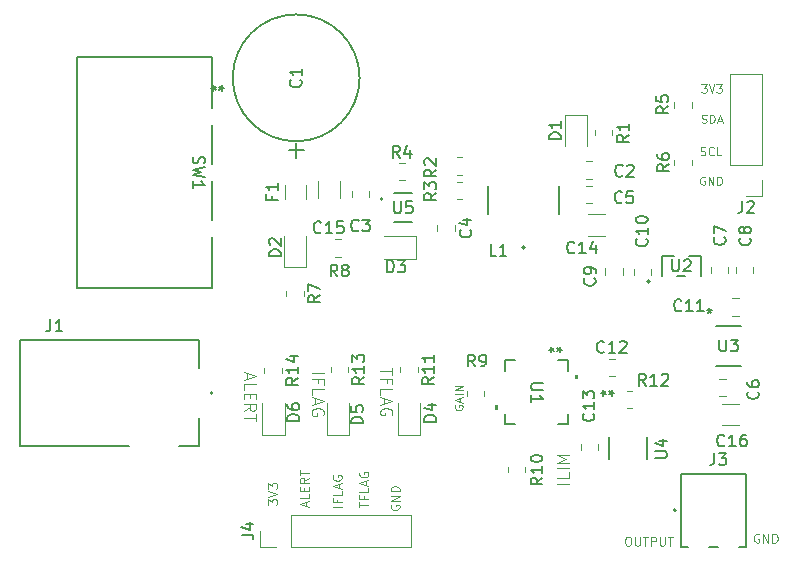
<source format=gbr>
%TF.GenerationSoftware,KiCad,Pcbnew,8.0.3-8.0.3-0~ubuntu24.04.1*%
%TF.CreationDate,2024-07-18T18:47:24-04:00*%
%TF.ProjectId,Power_Supply_Breakout,506f7765-725f-4537-9570-706c795f4272,rev?*%
%TF.SameCoordinates,Original*%
%TF.FileFunction,Legend,Top*%
%TF.FilePolarity,Positive*%
%FSLAX46Y46*%
G04 Gerber Fmt 4.6, Leading zero omitted, Abs format (unit mm)*
G04 Created by KiCad (PCBNEW 8.0.3-8.0.3-0~ubuntu24.04.1) date 2024-07-18 18:47:24*
%MOMM*%
%LPD*%
G01*
G04 APERTURE LIST*
%ADD10C,0.100000*%
%ADD11C,0.150000*%
%ADD12C,0.120000*%
%ADD13C,0.127000*%
%ADD14C,0.200000*%
%ADD15C,0.152400*%
%ADD16C,0.000000*%
G04 APERTURE END LIST*
D10*
X74213295Y-85168765D02*
X74213295Y-85644955D01*
X73927580Y-85073527D02*
X74927580Y-85406860D01*
X74927580Y-85406860D02*
X73927580Y-85740193D01*
X73927580Y-86549717D02*
X73927580Y-86073527D01*
X73927580Y-86073527D02*
X74927580Y-86073527D01*
X74451390Y-86883051D02*
X74451390Y-87216384D01*
X73927580Y-87359241D02*
X73927580Y-86883051D01*
X73927580Y-86883051D02*
X74927580Y-86883051D01*
X74927580Y-86883051D02*
X74927580Y-87359241D01*
X73927580Y-88359241D02*
X74403771Y-88025908D01*
X73927580Y-87787813D02*
X74927580Y-87787813D01*
X74927580Y-87787813D02*
X74927580Y-88168765D01*
X74927580Y-88168765D02*
X74879961Y-88264003D01*
X74879961Y-88264003D02*
X74832342Y-88311622D01*
X74832342Y-88311622D02*
X74737104Y-88359241D01*
X74737104Y-88359241D02*
X74594247Y-88359241D01*
X74594247Y-88359241D02*
X74499009Y-88311622D01*
X74499009Y-88311622D02*
X74451390Y-88264003D01*
X74451390Y-88264003D02*
X74403771Y-88168765D01*
X74403771Y-88168765D02*
X74403771Y-87787813D01*
X74927580Y-88644956D02*
X74927580Y-89216384D01*
X73927580Y-88930670D02*
X74927580Y-88930670D01*
X82203014Y-96455639D02*
X81453014Y-96455639D01*
X81810157Y-95848496D02*
X81810157Y-96098496D01*
X82203014Y-96098496D02*
X81453014Y-96098496D01*
X81453014Y-96098496D02*
X81453014Y-95741353D01*
X82203014Y-95098496D02*
X82203014Y-95455639D01*
X82203014Y-95455639D02*
X81453014Y-95455639D01*
X81988728Y-94884210D02*
X81988728Y-94527068D01*
X82203014Y-94955639D02*
X81453014Y-94705639D01*
X81453014Y-94705639D02*
X82203014Y-94455639D01*
X81488728Y-93812782D02*
X81453014Y-93884211D01*
X81453014Y-93884211D02*
X81453014Y-93991353D01*
X81453014Y-93991353D02*
X81488728Y-94098496D01*
X81488728Y-94098496D02*
X81560157Y-94169925D01*
X81560157Y-94169925D02*
X81631585Y-94205639D01*
X81631585Y-94205639D02*
X81774442Y-94241353D01*
X81774442Y-94241353D02*
X81881585Y-94241353D01*
X81881585Y-94241353D02*
X82024442Y-94205639D01*
X82024442Y-94205639D02*
X82095871Y-94169925D01*
X82095871Y-94169925D02*
X82167300Y-94098496D01*
X82167300Y-94098496D02*
X82203014Y-93991353D01*
X82203014Y-93991353D02*
X82203014Y-93919925D01*
X82203014Y-93919925D02*
X82167300Y-93812782D01*
X82167300Y-93812782D02*
X82131585Y-93777068D01*
X82131585Y-93777068D02*
X81881585Y-93777068D01*
X81881585Y-93777068D02*
X81881585Y-93919925D01*
X112599122Y-66675800D02*
X112699122Y-66709133D01*
X112699122Y-66709133D02*
X112865789Y-66709133D01*
X112865789Y-66709133D02*
X112932455Y-66675800D01*
X112932455Y-66675800D02*
X112965789Y-66642466D01*
X112965789Y-66642466D02*
X112999122Y-66575800D01*
X112999122Y-66575800D02*
X112999122Y-66509133D01*
X112999122Y-66509133D02*
X112965789Y-66442466D01*
X112965789Y-66442466D02*
X112932455Y-66409133D01*
X112932455Y-66409133D02*
X112865789Y-66375800D01*
X112865789Y-66375800D02*
X112732455Y-66342466D01*
X112732455Y-66342466D02*
X112665789Y-66309133D01*
X112665789Y-66309133D02*
X112632455Y-66275800D01*
X112632455Y-66275800D02*
X112599122Y-66209133D01*
X112599122Y-66209133D02*
X112599122Y-66142466D01*
X112599122Y-66142466D02*
X112632455Y-66075800D01*
X112632455Y-66075800D02*
X112665789Y-66042466D01*
X112665789Y-66042466D02*
X112732455Y-66009133D01*
X112732455Y-66009133D02*
X112899122Y-66009133D01*
X112899122Y-66009133D02*
X112999122Y-66042466D01*
X113699122Y-66642466D02*
X113665789Y-66675800D01*
X113665789Y-66675800D02*
X113565789Y-66709133D01*
X113565789Y-66709133D02*
X113499122Y-66709133D01*
X113499122Y-66709133D02*
X113399122Y-66675800D01*
X113399122Y-66675800D02*
X113332456Y-66609133D01*
X113332456Y-66609133D02*
X113299122Y-66542466D01*
X113299122Y-66542466D02*
X113265789Y-66409133D01*
X113265789Y-66409133D02*
X113265789Y-66309133D01*
X113265789Y-66309133D02*
X113299122Y-66175800D01*
X113299122Y-66175800D02*
X113332456Y-66109133D01*
X113332456Y-66109133D02*
X113399122Y-66042466D01*
X113399122Y-66042466D02*
X113499122Y-66009133D01*
X113499122Y-66009133D02*
X113565789Y-66009133D01*
X113565789Y-66009133D02*
X113665789Y-66042466D01*
X113665789Y-66042466D02*
X113699122Y-66075800D01*
X114332456Y-66709133D02*
X113999122Y-66709133D01*
X113999122Y-66709133D02*
X113999122Y-66009133D01*
X112699122Y-63925800D02*
X112799122Y-63959133D01*
X112799122Y-63959133D02*
X112965789Y-63959133D01*
X112965789Y-63959133D02*
X113032455Y-63925800D01*
X113032455Y-63925800D02*
X113065789Y-63892466D01*
X113065789Y-63892466D02*
X113099122Y-63825800D01*
X113099122Y-63825800D02*
X113099122Y-63759133D01*
X113099122Y-63759133D02*
X113065789Y-63692466D01*
X113065789Y-63692466D02*
X113032455Y-63659133D01*
X113032455Y-63659133D02*
X112965789Y-63625800D01*
X112965789Y-63625800D02*
X112832455Y-63592466D01*
X112832455Y-63592466D02*
X112765789Y-63559133D01*
X112765789Y-63559133D02*
X112732455Y-63525800D01*
X112732455Y-63525800D02*
X112699122Y-63459133D01*
X112699122Y-63459133D02*
X112699122Y-63392466D01*
X112699122Y-63392466D02*
X112732455Y-63325800D01*
X112732455Y-63325800D02*
X112765789Y-63292466D01*
X112765789Y-63292466D02*
X112832455Y-63259133D01*
X112832455Y-63259133D02*
X112999122Y-63259133D01*
X112999122Y-63259133D02*
X113099122Y-63292466D01*
X113399122Y-63959133D02*
X113399122Y-63259133D01*
X113399122Y-63259133D02*
X113565789Y-63259133D01*
X113565789Y-63259133D02*
X113665789Y-63292466D01*
X113665789Y-63292466D02*
X113732456Y-63359133D01*
X113732456Y-63359133D02*
X113765789Y-63425800D01*
X113765789Y-63425800D02*
X113799122Y-63559133D01*
X113799122Y-63559133D02*
X113799122Y-63659133D01*
X113799122Y-63659133D02*
X113765789Y-63792466D01*
X113765789Y-63792466D02*
X113732456Y-63859133D01*
X113732456Y-63859133D02*
X113665789Y-63925800D01*
X113665789Y-63925800D02*
X113565789Y-63959133D01*
X113565789Y-63959133D02*
X113399122Y-63959133D01*
X114065789Y-63759133D02*
X114399122Y-63759133D01*
X113999122Y-63959133D02*
X114232456Y-63259133D01*
X114232456Y-63259133D02*
X114465789Y-63959133D01*
X76003014Y-96277068D02*
X76003014Y-95812782D01*
X76003014Y-95812782D02*
X76288728Y-96062782D01*
X76288728Y-96062782D02*
X76288728Y-95955639D01*
X76288728Y-95955639D02*
X76324442Y-95884211D01*
X76324442Y-95884211D02*
X76360157Y-95848496D01*
X76360157Y-95848496D02*
X76431585Y-95812782D01*
X76431585Y-95812782D02*
X76610157Y-95812782D01*
X76610157Y-95812782D02*
X76681585Y-95848496D01*
X76681585Y-95848496D02*
X76717300Y-95884211D01*
X76717300Y-95884211D02*
X76753014Y-95955639D01*
X76753014Y-95955639D02*
X76753014Y-96169925D01*
X76753014Y-96169925D02*
X76717300Y-96241353D01*
X76717300Y-96241353D02*
X76681585Y-96277068D01*
X76003014Y-95598496D02*
X76753014Y-95348496D01*
X76753014Y-95348496D02*
X76003014Y-95098496D01*
X76003014Y-94919925D02*
X76003014Y-94455639D01*
X76003014Y-94455639D02*
X76288728Y-94705639D01*
X76288728Y-94705639D02*
X76288728Y-94598496D01*
X76288728Y-94598496D02*
X76324442Y-94527068D01*
X76324442Y-94527068D02*
X76360157Y-94491353D01*
X76360157Y-94491353D02*
X76431585Y-94455639D01*
X76431585Y-94455639D02*
X76610157Y-94455639D01*
X76610157Y-94455639D02*
X76681585Y-94491353D01*
X76681585Y-94491353D02*
X76717300Y-94527068D01*
X76717300Y-94527068D02*
X76753014Y-94598496D01*
X76753014Y-94598496D02*
X76753014Y-94812782D01*
X76753014Y-94812782D02*
X76717300Y-94884210D01*
X76717300Y-94884210D02*
X76681585Y-94919925D01*
X101472419Y-94496115D02*
X100472419Y-94496115D01*
X101472419Y-93543735D02*
X101472419Y-94019925D01*
X101472419Y-94019925D02*
X100472419Y-94019925D01*
X101472419Y-93210401D02*
X100472419Y-93210401D01*
X101472419Y-92734211D02*
X100472419Y-92734211D01*
X100472419Y-92734211D02*
X101186704Y-92400878D01*
X101186704Y-92400878D02*
X100472419Y-92067545D01*
X100472419Y-92067545D02*
X101472419Y-92067545D01*
X112949122Y-68542466D02*
X112882455Y-68509133D01*
X112882455Y-68509133D02*
X112782455Y-68509133D01*
X112782455Y-68509133D02*
X112682455Y-68542466D01*
X112682455Y-68542466D02*
X112615789Y-68609133D01*
X112615789Y-68609133D02*
X112582455Y-68675800D01*
X112582455Y-68675800D02*
X112549122Y-68809133D01*
X112549122Y-68809133D02*
X112549122Y-68909133D01*
X112549122Y-68909133D02*
X112582455Y-69042466D01*
X112582455Y-69042466D02*
X112615789Y-69109133D01*
X112615789Y-69109133D02*
X112682455Y-69175800D01*
X112682455Y-69175800D02*
X112782455Y-69209133D01*
X112782455Y-69209133D02*
X112849122Y-69209133D01*
X112849122Y-69209133D02*
X112949122Y-69175800D01*
X112949122Y-69175800D02*
X112982455Y-69142466D01*
X112982455Y-69142466D02*
X112982455Y-68909133D01*
X112982455Y-68909133D02*
X112849122Y-68909133D01*
X113282455Y-69209133D02*
X113282455Y-68509133D01*
X113282455Y-68509133D02*
X113682455Y-69209133D01*
X113682455Y-69209133D02*
X113682455Y-68509133D01*
X114015788Y-69209133D02*
X114015788Y-68509133D01*
X114015788Y-68509133D02*
X114182455Y-68509133D01*
X114182455Y-68509133D02*
X114282455Y-68542466D01*
X114282455Y-68542466D02*
X114349122Y-68609133D01*
X114349122Y-68609133D02*
X114382455Y-68675800D01*
X114382455Y-68675800D02*
X114415788Y-68809133D01*
X114415788Y-68809133D02*
X114415788Y-68909133D01*
X114415788Y-68909133D02*
X114382455Y-69042466D01*
X114382455Y-69042466D02*
X114349122Y-69109133D01*
X114349122Y-69109133D02*
X114282455Y-69175800D01*
X114282455Y-69175800D02*
X114182455Y-69209133D01*
X114182455Y-69209133D02*
X114015788Y-69209133D01*
X79188728Y-96391353D02*
X79188728Y-96034211D01*
X79403014Y-96462782D02*
X78653014Y-96212782D01*
X78653014Y-96212782D02*
X79403014Y-95962782D01*
X79403014Y-95355639D02*
X79403014Y-95712782D01*
X79403014Y-95712782D02*
X78653014Y-95712782D01*
X79010157Y-95105639D02*
X79010157Y-94855639D01*
X79403014Y-94748496D02*
X79403014Y-95105639D01*
X79403014Y-95105639D02*
X78653014Y-95105639D01*
X78653014Y-95105639D02*
X78653014Y-94748496D01*
X79403014Y-93998497D02*
X79045871Y-94248497D01*
X79403014Y-94427068D02*
X78653014Y-94427068D01*
X78653014Y-94427068D02*
X78653014Y-94141354D01*
X78653014Y-94141354D02*
X78688728Y-94069925D01*
X78688728Y-94069925D02*
X78724442Y-94034211D01*
X78724442Y-94034211D02*
X78795871Y-93998497D01*
X78795871Y-93998497D02*
X78903014Y-93998497D01*
X78903014Y-93998497D02*
X78974442Y-94034211D01*
X78974442Y-94034211D02*
X79010157Y-94069925D01*
X79010157Y-94069925D02*
X79045871Y-94141354D01*
X79045871Y-94141354D02*
X79045871Y-94427068D01*
X78653014Y-93784211D02*
X78653014Y-93355640D01*
X79403014Y-93569925D02*
X78653014Y-93569925D01*
X112665789Y-60709133D02*
X113099122Y-60709133D01*
X113099122Y-60709133D02*
X112865789Y-60975800D01*
X112865789Y-60975800D02*
X112965789Y-60975800D01*
X112965789Y-60975800D02*
X113032455Y-61009133D01*
X113032455Y-61009133D02*
X113065789Y-61042466D01*
X113065789Y-61042466D02*
X113099122Y-61109133D01*
X113099122Y-61109133D02*
X113099122Y-61275800D01*
X113099122Y-61275800D02*
X113065789Y-61342466D01*
X113065789Y-61342466D02*
X113032455Y-61375800D01*
X113032455Y-61375800D02*
X112965789Y-61409133D01*
X112965789Y-61409133D02*
X112765789Y-61409133D01*
X112765789Y-61409133D02*
X112699122Y-61375800D01*
X112699122Y-61375800D02*
X112665789Y-61342466D01*
X113299122Y-60709133D02*
X113532456Y-61409133D01*
X113532456Y-61409133D02*
X113765789Y-60709133D01*
X113932456Y-60709133D02*
X114365789Y-60709133D01*
X114365789Y-60709133D02*
X114132456Y-60975800D01*
X114132456Y-60975800D02*
X114232456Y-60975800D01*
X114232456Y-60975800D02*
X114299122Y-61009133D01*
X114299122Y-61009133D02*
X114332456Y-61042466D01*
X114332456Y-61042466D02*
X114365789Y-61109133D01*
X114365789Y-61109133D02*
X114365789Y-61275800D01*
X114365789Y-61275800D02*
X114332456Y-61342466D01*
X114332456Y-61342466D02*
X114299122Y-61375800D01*
X114299122Y-61375800D02*
X114232456Y-61409133D01*
X114232456Y-61409133D02*
X114032456Y-61409133D01*
X114032456Y-61409133D02*
X113965789Y-61375800D01*
X113965789Y-61375800D02*
X113932456Y-61342466D01*
X83703014Y-96512782D02*
X83703014Y-96084211D01*
X84453014Y-96298496D02*
X83703014Y-96298496D01*
X84060157Y-95584210D02*
X84060157Y-95834210D01*
X84453014Y-95834210D02*
X83703014Y-95834210D01*
X83703014Y-95834210D02*
X83703014Y-95477067D01*
X84453014Y-94834210D02*
X84453014Y-95191353D01*
X84453014Y-95191353D02*
X83703014Y-95191353D01*
X84238728Y-94619924D02*
X84238728Y-94262782D01*
X84453014Y-94691353D02*
X83703014Y-94441353D01*
X83703014Y-94441353D02*
X84453014Y-94191353D01*
X83738728Y-93548496D02*
X83703014Y-93619925D01*
X83703014Y-93619925D02*
X83703014Y-93727067D01*
X83703014Y-93727067D02*
X83738728Y-93834210D01*
X83738728Y-93834210D02*
X83810157Y-93905639D01*
X83810157Y-93905639D02*
X83881585Y-93941353D01*
X83881585Y-93941353D02*
X84024442Y-93977067D01*
X84024442Y-93977067D02*
X84131585Y-93977067D01*
X84131585Y-93977067D02*
X84274442Y-93941353D01*
X84274442Y-93941353D02*
X84345871Y-93905639D01*
X84345871Y-93905639D02*
X84417300Y-93834210D01*
X84417300Y-93834210D02*
X84453014Y-93727067D01*
X84453014Y-93727067D02*
X84453014Y-93655639D01*
X84453014Y-93655639D02*
X84417300Y-93548496D01*
X84417300Y-93548496D02*
X84381585Y-93512782D01*
X84381585Y-93512782D02*
X84131585Y-93512782D01*
X84131585Y-93512782D02*
X84131585Y-93655639D01*
X91792467Y-87875977D02*
X91759134Y-87942644D01*
X91759134Y-87942644D02*
X91759134Y-88042644D01*
X91759134Y-88042644D02*
X91792467Y-88142644D01*
X91792467Y-88142644D02*
X91859134Y-88209311D01*
X91859134Y-88209311D02*
X91925801Y-88242644D01*
X91925801Y-88242644D02*
X92059134Y-88275977D01*
X92059134Y-88275977D02*
X92159134Y-88275977D01*
X92159134Y-88275977D02*
X92292467Y-88242644D01*
X92292467Y-88242644D02*
X92359134Y-88209311D01*
X92359134Y-88209311D02*
X92425801Y-88142644D01*
X92425801Y-88142644D02*
X92459134Y-88042644D01*
X92459134Y-88042644D02*
X92459134Y-87975977D01*
X92459134Y-87975977D02*
X92425801Y-87875977D01*
X92425801Y-87875977D02*
X92392467Y-87842644D01*
X92392467Y-87842644D02*
X92159134Y-87842644D01*
X92159134Y-87842644D02*
X92159134Y-87975977D01*
X92259134Y-87575977D02*
X92259134Y-87242644D01*
X92459134Y-87642644D02*
X91759134Y-87409311D01*
X91759134Y-87409311D02*
X92459134Y-87175977D01*
X92459134Y-86942644D02*
X91759134Y-86942644D01*
X92459134Y-86609311D02*
X91759134Y-86609311D01*
X91759134Y-86609311D02*
X92459134Y-86209311D01*
X92459134Y-86209311D02*
X91759134Y-86209311D01*
X79677580Y-85166384D02*
X80677580Y-85166384D01*
X80201390Y-85975907D02*
X80201390Y-85642574D01*
X79677580Y-85642574D02*
X80677580Y-85642574D01*
X80677580Y-85642574D02*
X80677580Y-86118764D01*
X79677580Y-86975907D02*
X79677580Y-86499717D01*
X79677580Y-86499717D02*
X80677580Y-86499717D01*
X79963295Y-87261622D02*
X79963295Y-87737812D01*
X79677580Y-87166384D02*
X80677580Y-87499717D01*
X80677580Y-87499717D02*
X79677580Y-87833050D01*
X80629961Y-88690193D02*
X80677580Y-88594955D01*
X80677580Y-88594955D02*
X80677580Y-88452098D01*
X80677580Y-88452098D02*
X80629961Y-88309241D01*
X80629961Y-88309241D02*
X80534723Y-88214003D01*
X80534723Y-88214003D02*
X80439485Y-88166384D01*
X80439485Y-88166384D02*
X80249009Y-88118765D01*
X80249009Y-88118765D02*
X80106152Y-88118765D01*
X80106152Y-88118765D02*
X79915676Y-88166384D01*
X79915676Y-88166384D02*
X79820438Y-88214003D01*
X79820438Y-88214003D02*
X79725200Y-88309241D01*
X79725200Y-88309241D02*
X79677580Y-88452098D01*
X79677580Y-88452098D02*
X79677580Y-88547336D01*
X79677580Y-88547336D02*
X79725200Y-88690193D01*
X79725200Y-88690193D02*
X79772819Y-88737812D01*
X79772819Y-88737812D02*
X80106152Y-88737812D01*
X80106152Y-88737812D02*
X80106152Y-88547336D01*
X117537217Y-98788728D02*
X117465789Y-98753014D01*
X117465789Y-98753014D02*
X117358646Y-98753014D01*
X117358646Y-98753014D02*
X117251503Y-98788728D01*
X117251503Y-98788728D02*
X117180074Y-98860157D01*
X117180074Y-98860157D02*
X117144360Y-98931585D01*
X117144360Y-98931585D02*
X117108646Y-99074442D01*
X117108646Y-99074442D02*
X117108646Y-99181585D01*
X117108646Y-99181585D02*
X117144360Y-99324442D01*
X117144360Y-99324442D02*
X117180074Y-99395871D01*
X117180074Y-99395871D02*
X117251503Y-99467300D01*
X117251503Y-99467300D02*
X117358646Y-99503014D01*
X117358646Y-99503014D02*
X117430074Y-99503014D01*
X117430074Y-99503014D02*
X117537217Y-99467300D01*
X117537217Y-99467300D02*
X117572931Y-99431585D01*
X117572931Y-99431585D02*
X117572931Y-99181585D01*
X117572931Y-99181585D02*
X117430074Y-99181585D01*
X117894360Y-99503014D02*
X117894360Y-98753014D01*
X117894360Y-98753014D02*
X118322931Y-99503014D01*
X118322931Y-99503014D02*
X118322931Y-98753014D01*
X118680074Y-99503014D02*
X118680074Y-98753014D01*
X118680074Y-98753014D02*
X118858645Y-98753014D01*
X118858645Y-98753014D02*
X118965788Y-98788728D01*
X118965788Y-98788728D02*
X119037217Y-98860157D01*
X119037217Y-98860157D02*
X119072931Y-98931585D01*
X119072931Y-98931585D02*
X119108645Y-99074442D01*
X119108645Y-99074442D02*
X119108645Y-99181585D01*
X119108645Y-99181585D02*
X119072931Y-99324442D01*
X119072931Y-99324442D02*
X119037217Y-99395871D01*
X119037217Y-99395871D02*
X118965788Y-99467300D01*
X118965788Y-99467300D02*
X118858645Y-99503014D01*
X118858645Y-99503014D02*
X118680074Y-99503014D01*
X86477580Y-84723527D02*
X86477580Y-85294955D01*
X85477580Y-85009241D02*
X86477580Y-85009241D01*
X86001390Y-85961622D02*
X86001390Y-85628289D01*
X85477580Y-85628289D02*
X86477580Y-85628289D01*
X86477580Y-85628289D02*
X86477580Y-86104479D01*
X85477580Y-86961622D02*
X85477580Y-86485432D01*
X85477580Y-86485432D02*
X86477580Y-86485432D01*
X85763295Y-87247337D02*
X85763295Y-87723527D01*
X85477580Y-87152099D02*
X86477580Y-87485432D01*
X86477580Y-87485432D02*
X85477580Y-87818765D01*
X86429961Y-88675908D02*
X86477580Y-88580670D01*
X86477580Y-88580670D02*
X86477580Y-88437813D01*
X86477580Y-88437813D02*
X86429961Y-88294956D01*
X86429961Y-88294956D02*
X86334723Y-88199718D01*
X86334723Y-88199718D02*
X86239485Y-88152099D01*
X86239485Y-88152099D02*
X86049009Y-88104480D01*
X86049009Y-88104480D02*
X85906152Y-88104480D01*
X85906152Y-88104480D02*
X85715676Y-88152099D01*
X85715676Y-88152099D02*
X85620438Y-88199718D01*
X85620438Y-88199718D02*
X85525200Y-88294956D01*
X85525200Y-88294956D02*
X85477580Y-88437813D01*
X85477580Y-88437813D02*
X85477580Y-88533051D01*
X85477580Y-88533051D02*
X85525200Y-88675908D01*
X85525200Y-88675908D02*
X85572819Y-88723527D01*
X85572819Y-88723527D02*
X85906152Y-88723527D01*
X85906152Y-88723527D02*
X85906152Y-88533051D01*
X106387217Y-99003014D02*
X106530074Y-99003014D01*
X106530074Y-99003014D02*
X106601503Y-99038728D01*
X106601503Y-99038728D02*
X106672931Y-99110157D01*
X106672931Y-99110157D02*
X106708646Y-99253014D01*
X106708646Y-99253014D02*
X106708646Y-99503014D01*
X106708646Y-99503014D02*
X106672931Y-99645871D01*
X106672931Y-99645871D02*
X106601503Y-99717300D01*
X106601503Y-99717300D02*
X106530074Y-99753014D01*
X106530074Y-99753014D02*
X106387217Y-99753014D01*
X106387217Y-99753014D02*
X106315789Y-99717300D01*
X106315789Y-99717300D02*
X106244360Y-99645871D01*
X106244360Y-99645871D02*
X106208646Y-99503014D01*
X106208646Y-99503014D02*
X106208646Y-99253014D01*
X106208646Y-99253014D02*
X106244360Y-99110157D01*
X106244360Y-99110157D02*
X106315789Y-99038728D01*
X106315789Y-99038728D02*
X106387217Y-99003014D01*
X107030074Y-99003014D02*
X107030074Y-99610157D01*
X107030074Y-99610157D02*
X107065788Y-99681585D01*
X107065788Y-99681585D02*
X107101503Y-99717300D01*
X107101503Y-99717300D02*
X107172931Y-99753014D01*
X107172931Y-99753014D02*
X107315788Y-99753014D01*
X107315788Y-99753014D02*
X107387217Y-99717300D01*
X107387217Y-99717300D02*
X107422931Y-99681585D01*
X107422931Y-99681585D02*
X107458645Y-99610157D01*
X107458645Y-99610157D02*
X107458645Y-99003014D01*
X107708645Y-99003014D02*
X108137217Y-99003014D01*
X107922931Y-99753014D02*
X107922931Y-99003014D01*
X108387217Y-99753014D02*
X108387217Y-99003014D01*
X108387217Y-99003014D02*
X108672931Y-99003014D01*
X108672931Y-99003014D02*
X108744360Y-99038728D01*
X108744360Y-99038728D02*
X108780074Y-99074442D01*
X108780074Y-99074442D02*
X108815788Y-99145871D01*
X108815788Y-99145871D02*
X108815788Y-99253014D01*
X108815788Y-99253014D02*
X108780074Y-99324442D01*
X108780074Y-99324442D02*
X108744360Y-99360157D01*
X108744360Y-99360157D02*
X108672931Y-99395871D01*
X108672931Y-99395871D02*
X108387217Y-99395871D01*
X109137217Y-99003014D02*
X109137217Y-99610157D01*
X109137217Y-99610157D02*
X109172931Y-99681585D01*
X109172931Y-99681585D02*
X109208646Y-99717300D01*
X109208646Y-99717300D02*
X109280074Y-99753014D01*
X109280074Y-99753014D02*
X109422931Y-99753014D01*
X109422931Y-99753014D02*
X109494360Y-99717300D01*
X109494360Y-99717300D02*
X109530074Y-99681585D01*
X109530074Y-99681585D02*
X109565788Y-99610157D01*
X109565788Y-99610157D02*
X109565788Y-99003014D01*
X109815788Y-99003014D02*
X110244360Y-99003014D01*
X110030074Y-99753014D02*
X110030074Y-99003014D01*
X86388728Y-96312782D02*
X86353014Y-96384211D01*
X86353014Y-96384211D02*
X86353014Y-96491353D01*
X86353014Y-96491353D02*
X86388728Y-96598496D01*
X86388728Y-96598496D02*
X86460157Y-96669925D01*
X86460157Y-96669925D02*
X86531585Y-96705639D01*
X86531585Y-96705639D02*
X86674442Y-96741353D01*
X86674442Y-96741353D02*
X86781585Y-96741353D01*
X86781585Y-96741353D02*
X86924442Y-96705639D01*
X86924442Y-96705639D02*
X86995871Y-96669925D01*
X86995871Y-96669925D02*
X87067300Y-96598496D01*
X87067300Y-96598496D02*
X87103014Y-96491353D01*
X87103014Y-96491353D02*
X87103014Y-96419925D01*
X87103014Y-96419925D02*
X87067300Y-96312782D01*
X87067300Y-96312782D02*
X87031585Y-96277068D01*
X87031585Y-96277068D02*
X86781585Y-96277068D01*
X86781585Y-96277068D02*
X86781585Y-96419925D01*
X87103014Y-95955639D02*
X86353014Y-95955639D01*
X86353014Y-95955639D02*
X87103014Y-95527068D01*
X87103014Y-95527068D02*
X86353014Y-95527068D01*
X87103014Y-95169925D02*
X86353014Y-95169925D01*
X86353014Y-95169925D02*
X86353014Y-94991354D01*
X86353014Y-94991354D02*
X86388728Y-94884211D01*
X86388728Y-94884211D02*
X86460157Y-94812782D01*
X86460157Y-94812782D02*
X86531585Y-94777068D01*
X86531585Y-94777068D02*
X86674442Y-94741354D01*
X86674442Y-94741354D02*
X86781585Y-94741354D01*
X86781585Y-94741354D02*
X86924442Y-94777068D01*
X86924442Y-94777068D02*
X86995871Y-94812782D01*
X86995871Y-94812782D02*
X87067300Y-94884211D01*
X87067300Y-94884211D02*
X87103014Y-94991354D01*
X87103014Y-94991354D02*
X87103014Y-95169925D01*
D11*
X99204819Y-93992857D02*
X98728628Y-94326190D01*
X99204819Y-94564285D02*
X98204819Y-94564285D01*
X98204819Y-94564285D02*
X98204819Y-94183333D01*
X98204819Y-94183333D02*
X98252438Y-94088095D01*
X98252438Y-94088095D02*
X98300057Y-94040476D01*
X98300057Y-94040476D02*
X98395295Y-93992857D01*
X98395295Y-93992857D02*
X98538152Y-93992857D01*
X98538152Y-93992857D02*
X98633390Y-94040476D01*
X98633390Y-94040476D02*
X98681009Y-94088095D01*
X98681009Y-94088095D02*
X98728628Y-94183333D01*
X98728628Y-94183333D02*
X98728628Y-94564285D01*
X99204819Y-93040476D02*
X99204819Y-93611904D01*
X99204819Y-93326190D02*
X98204819Y-93326190D01*
X98204819Y-93326190D02*
X98347676Y-93421428D01*
X98347676Y-93421428D02*
X98442914Y-93516666D01*
X98442914Y-93516666D02*
X98490533Y-93611904D01*
X98204819Y-92421428D02*
X98204819Y-92326190D01*
X98204819Y-92326190D02*
X98252438Y-92230952D01*
X98252438Y-92230952D02*
X98300057Y-92183333D01*
X98300057Y-92183333D02*
X98395295Y-92135714D01*
X98395295Y-92135714D02*
X98585771Y-92088095D01*
X98585771Y-92088095D02*
X98823866Y-92088095D01*
X98823866Y-92088095D02*
X99014342Y-92135714D01*
X99014342Y-92135714D02*
X99109580Y-92183333D01*
X99109580Y-92183333D02*
X99157200Y-92230952D01*
X99157200Y-92230952D02*
X99204819Y-92326190D01*
X99204819Y-92326190D02*
X99204819Y-92421428D01*
X99204819Y-92421428D02*
X99157200Y-92516666D01*
X99157200Y-92516666D02*
X99109580Y-92564285D01*
X99109580Y-92564285D02*
X99014342Y-92611904D01*
X99014342Y-92611904D02*
X98823866Y-92659523D01*
X98823866Y-92659523D02*
X98585771Y-92659523D01*
X98585771Y-92659523D02*
X98395295Y-92611904D01*
X98395295Y-92611904D02*
X98300057Y-92564285D01*
X98300057Y-92564285D02*
X98252438Y-92516666D01*
X98252438Y-92516666D02*
X98204819Y-92421428D01*
X93089580Y-73016666D02*
X93137200Y-73064285D01*
X93137200Y-73064285D02*
X93184819Y-73207142D01*
X93184819Y-73207142D02*
X93184819Y-73302380D01*
X93184819Y-73302380D02*
X93137200Y-73445237D01*
X93137200Y-73445237D02*
X93041961Y-73540475D01*
X93041961Y-73540475D02*
X92946723Y-73588094D01*
X92946723Y-73588094D02*
X92756247Y-73635713D01*
X92756247Y-73635713D02*
X92613390Y-73635713D01*
X92613390Y-73635713D02*
X92422914Y-73588094D01*
X92422914Y-73588094D02*
X92327676Y-73540475D01*
X92327676Y-73540475D02*
X92232438Y-73445237D01*
X92232438Y-73445237D02*
X92184819Y-73302380D01*
X92184819Y-73302380D02*
X92184819Y-73207142D01*
X92184819Y-73207142D02*
X92232438Y-73064285D01*
X92232438Y-73064285D02*
X92280057Y-73016666D01*
X92518152Y-72159523D02*
X93184819Y-72159523D01*
X92137200Y-72397618D02*
X92851485Y-72635713D01*
X92851485Y-72635713D02*
X92851485Y-72016666D01*
X103609580Y-77116666D02*
X103657200Y-77164285D01*
X103657200Y-77164285D02*
X103704819Y-77307142D01*
X103704819Y-77307142D02*
X103704819Y-77402380D01*
X103704819Y-77402380D02*
X103657200Y-77545237D01*
X103657200Y-77545237D02*
X103561961Y-77640475D01*
X103561961Y-77640475D02*
X103466723Y-77688094D01*
X103466723Y-77688094D02*
X103276247Y-77735713D01*
X103276247Y-77735713D02*
X103133390Y-77735713D01*
X103133390Y-77735713D02*
X102942914Y-77688094D01*
X102942914Y-77688094D02*
X102847676Y-77640475D01*
X102847676Y-77640475D02*
X102752438Y-77545237D01*
X102752438Y-77545237D02*
X102704819Y-77402380D01*
X102704819Y-77402380D02*
X102704819Y-77307142D01*
X102704819Y-77307142D02*
X102752438Y-77164285D01*
X102752438Y-77164285D02*
X102800057Y-77116666D01*
X103704819Y-76640475D02*
X103704819Y-76449999D01*
X103704819Y-76449999D02*
X103657200Y-76354761D01*
X103657200Y-76354761D02*
X103609580Y-76307142D01*
X103609580Y-76307142D02*
X103466723Y-76211904D01*
X103466723Y-76211904D02*
X103276247Y-76164285D01*
X103276247Y-76164285D02*
X102895295Y-76164285D01*
X102895295Y-76164285D02*
X102800057Y-76211904D01*
X102800057Y-76211904D02*
X102752438Y-76259523D01*
X102752438Y-76259523D02*
X102704819Y-76354761D01*
X102704819Y-76354761D02*
X102704819Y-76545237D01*
X102704819Y-76545237D02*
X102752438Y-76640475D01*
X102752438Y-76640475D02*
X102800057Y-76688094D01*
X102800057Y-76688094D02*
X102895295Y-76735713D01*
X102895295Y-76735713D02*
X103133390Y-76735713D01*
X103133390Y-76735713D02*
X103228628Y-76688094D01*
X103228628Y-76688094D02*
X103276247Y-76640475D01*
X103276247Y-76640475D02*
X103323866Y-76545237D01*
X103323866Y-76545237D02*
X103323866Y-76354761D01*
X103323866Y-76354761D02*
X103276247Y-76259523D01*
X103276247Y-76259523D02*
X103228628Y-76211904D01*
X103228628Y-76211904D02*
X103133390Y-76164285D01*
X87133333Y-66904819D02*
X86800000Y-66428628D01*
X86561905Y-66904819D02*
X86561905Y-65904819D01*
X86561905Y-65904819D02*
X86942857Y-65904819D01*
X86942857Y-65904819D02*
X87038095Y-65952438D01*
X87038095Y-65952438D02*
X87085714Y-66000057D01*
X87085714Y-66000057D02*
X87133333Y-66095295D01*
X87133333Y-66095295D02*
X87133333Y-66238152D01*
X87133333Y-66238152D02*
X87085714Y-66333390D01*
X87085714Y-66333390D02*
X87038095Y-66381009D01*
X87038095Y-66381009D02*
X86942857Y-66428628D01*
X86942857Y-66428628D02*
X86561905Y-66428628D01*
X87990476Y-66238152D02*
X87990476Y-66904819D01*
X87752381Y-65857200D02*
X87514286Y-66571485D01*
X87514286Y-66571485D02*
X88133333Y-66571485D01*
X80354819Y-78566666D02*
X79878628Y-78899999D01*
X80354819Y-79138094D02*
X79354819Y-79138094D01*
X79354819Y-79138094D02*
X79354819Y-78757142D01*
X79354819Y-78757142D02*
X79402438Y-78661904D01*
X79402438Y-78661904D02*
X79450057Y-78614285D01*
X79450057Y-78614285D02*
X79545295Y-78566666D01*
X79545295Y-78566666D02*
X79688152Y-78566666D01*
X79688152Y-78566666D02*
X79783390Y-78614285D01*
X79783390Y-78614285D02*
X79831009Y-78661904D01*
X79831009Y-78661904D02*
X79878628Y-78757142D01*
X79878628Y-78757142D02*
X79878628Y-79138094D01*
X79354819Y-78233332D02*
X79354819Y-77566666D01*
X79354819Y-77566666D02*
X80354819Y-77995237D01*
X106504819Y-64966666D02*
X106028628Y-65299999D01*
X106504819Y-65538094D02*
X105504819Y-65538094D01*
X105504819Y-65538094D02*
X105504819Y-65157142D01*
X105504819Y-65157142D02*
X105552438Y-65061904D01*
X105552438Y-65061904D02*
X105600057Y-65014285D01*
X105600057Y-65014285D02*
X105695295Y-64966666D01*
X105695295Y-64966666D02*
X105838152Y-64966666D01*
X105838152Y-64966666D02*
X105933390Y-65014285D01*
X105933390Y-65014285D02*
X105981009Y-65061904D01*
X105981009Y-65061904D02*
X106028628Y-65157142D01*
X106028628Y-65157142D02*
X106028628Y-65538094D01*
X106504819Y-64014285D02*
X106504819Y-64585713D01*
X106504819Y-64299999D02*
X105504819Y-64299999D01*
X105504819Y-64299999D02*
X105647676Y-64395237D01*
X105647676Y-64395237D02*
X105742914Y-64490475D01*
X105742914Y-64490475D02*
X105790533Y-64585713D01*
X100754819Y-65338094D02*
X99754819Y-65338094D01*
X99754819Y-65338094D02*
X99754819Y-65099999D01*
X99754819Y-65099999D02*
X99802438Y-64957142D01*
X99802438Y-64957142D02*
X99897676Y-64861904D01*
X99897676Y-64861904D02*
X99992914Y-64814285D01*
X99992914Y-64814285D02*
X100183390Y-64766666D01*
X100183390Y-64766666D02*
X100326247Y-64766666D01*
X100326247Y-64766666D02*
X100516723Y-64814285D01*
X100516723Y-64814285D02*
X100611961Y-64861904D01*
X100611961Y-64861904D02*
X100707200Y-64957142D01*
X100707200Y-64957142D02*
X100754819Y-65099999D01*
X100754819Y-65099999D02*
X100754819Y-65338094D01*
X100754819Y-63814285D02*
X100754819Y-64385713D01*
X100754819Y-64099999D02*
X99754819Y-64099999D01*
X99754819Y-64099999D02*
X99897676Y-64195237D01*
X99897676Y-64195237D02*
X99992914Y-64290475D01*
X99992914Y-64290475D02*
X100040533Y-64385713D01*
X105933333Y-70659580D02*
X105885714Y-70707200D01*
X105885714Y-70707200D02*
X105742857Y-70754819D01*
X105742857Y-70754819D02*
X105647619Y-70754819D01*
X105647619Y-70754819D02*
X105504762Y-70707200D01*
X105504762Y-70707200D02*
X105409524Y-70611961D01*
X105409524Y-70611961D02*
X105361905Y-70516723D01*
X105361905Y-70516723D02*
X105314286Y-70326247D01*
X105314286Y-70326247D02*
X105314286Y-70183390D01*
X105314286Y-70183390D02*
X105361905Y-69992914D01*
X105361905Y-69992914D02*
X105409524Y-69897676D01*
X105409524Y-69897676D02*
X105504762Y-69802438D01*
X105504762Y-69802438D02*
X105647619Y-69754819D01*
X105647619Y-69754819D02*
X105742857Y-69754819D01*
X105742857Y-69754819D02*
X105885714Y-69802438D01*
X105885714Y-69802438D02*
X105933333Y-69850057D01*
X106838095Y-69754819D02*
X106361905Y-69754819D01*
X106361905Y-69754819D02*
X106314286Y-70231009D01*
X106314286Y-70231009D02*
X106361905Y-70183390D01*
X106361905Y-70183390D02*
X106457143Y-70135771D01*
X106457143Y-70135771D02*
X106695238Y-70135771D01*
X106695238Y-70135771D02*
X106790476Y-70183390D01*
X106790476Y-70183390D02*
X106838095Y-70231009D01*
X106838095Y-70231009D02*
X106885714Y-70326247D01*
X106885714Y-70326247D02*
X106885714Y-70564342D01*
X106885714Y-70564342D02*
X106838095Y-70659580D01*
X106838095Y-70659580D02*
X106790476Y-70707200D01*
X106790476Y-70707200D02*
X106695238Y-70754819D01*
X106695238Y-70754819D02*
X106457143Y-70754819D01*
X106457143Y-70754819D02*
X106361905Y-70707200D01*
X106361905Y-70707200D02*
X106314286Y-70659580D01*
X114609580Y-73654166D02*
X114657200Y-73701785D01*
X114657200Y-73701785D02*
X114704819Y-73844642D01*
X114704819Y-73844642D02*
X114704819Y-73939880D01*
X114704819Y-73939880D02*
X114657200Y-74082737D01*
X114657200Y-74082737D02*
X114561961Y-74177975D01*
X114561961Y-74177975D02*
X114466723Y-74225594D01*
X114466723Y-74225594D02*
X114276247Y-74273213D01*
X114276247Y-74273213D02*
X114133390Y-74273213D01*
X114133390Y-74273213D02*
X113942914Y-74225594D01*
X113942914Y-74225594D02*
X113847676Y-74177975D01*
X113847676Y-74177975D02*
X113752438Y-74082737D01*
X113752438Y-74082737D02*
X113704819Y-73939880D01*
X113704819Y-73939880D02*
X113704819Y-73844642D01*
X113704819Y-73844642D02*
X113752438Y-73701785D01*
X113752438Y-73701785D02*
X113800057Y-73654166D01*
X113704819Y-73320832D02*
X113704819Y-72654166D01*
X113704819Y-72654166D02*
X114704819Y-73082737D01*
X83633333Y-73059580D02*
X83585714Y-73107200D01*
X83585714Y-73107200D02*
X83442857Y-73154819D01*
X83442857Y-73154819D02*
X83347619Y-73154819D01*
X83347619Y-73154819D02*
X83204762Y-73107200D01*
X83204762Y-73107200D02*
X83109524Y-73011961D01*
X83109524Y-73011961D02*
X83061905Y-72916723D01*
X83061905Y-72916723D02*
X83014286Y-72726247D01*
X83014286Y-72726247D02*
X83014286Y-72583390D01*
X83014286Y-72583390D02*
X83061905Y-72392914D01*
X83061905Y-72392914D02*
X83109524Y-72297676D01*
X83109524Y-72297676D02*
X83204762Y-72202438D01*
X83204762Y-72202438D02*
X83347619Y-72154819D01*
X83347619Y-72154819D02*
X83442857Y-72154819D01*
X83442857Y-72154819D02*
X83585714Y-72202438D01*
X83585714Y-72202438D02*
X83633333Y-72250057D01*
X83966667Y-72154819D02*
X84585714Y-72154819D01*
X84585714Y-72154819D02*
X84252381Y-72535771D01*
X84252381Y-72535771D02*
X84395238Y-72535771D01*
X84395238Y-72535771D02*
X84490476Y-72583390D01*
X84490476Y-72583390D02*
X84538095Y-72631009D01*
X84538095Y-72631009D02*
X84585714Y-72726247D01*
X84585714Y-72726247D02*
X84585714Y-72964342D01*
X84585714Y-72964342D02*
X84538095Y-73059580D01*
X84538095Y-73059580D02*
X84490476Y-73107200D01*
X84490476Y-73107200D02*
X84395238Y-73154819D01*
X84395238Y-73154819D02*
X84109524Y-73154819D01*
X84109524Y-73154819D02*
X84014286Y-73107200D01*
X84014286Y-73107200D02*
X83966667Y-73059580D01*
X110957142Y-79809580D02*
X110909523Y-79857200D01*
X110909523Y-79857200D02*
X110766666Y-79904819D01*
X110766666Y-79904819D02*
X110671428Y-79904819D01*
X110671428Y-79904819D02*
X110528571Y-79857200D01*
X110528571Y-79857200D02*
X110433333Y-79761961D01*
X110433333Y-79761961D02*
X110385714Y-79666723D01*
X110385714Y-79666723D02*
X110338095Y-79476247D01*
X110338095Y-79476247D02*
X110338095Y-79333390D01*
X110338095Y-79333390D02*
X110385714Y-79142914D01*
X110385714Y-79142914D02*
X110433333Y-79047676D01*
X110433333Y-79047676D02*
X110528571Y-78952438D01*
X110528571Y-78952438D02*
X110671428Y-78904819D01*
X110671428Y-78904819D02*
X110766666Y-78904819D01*
X110766666Y-78904819D02*
X110909523Y-78952438D01*
X110909523Y-78952438D02*
X110957142Y-79000057D01*
X111909523Y-79904819D02*
X111338095Y-79904819D01*
X111623809Y-79904819D02*
X111623809Y-78904819D01*
X111623809Y-78904819D02*
X111528571Y-79047676D01*
X111528571Y-79047676D02*
X111433333Y-79142914D01*
X111433333Y-79142914D02*
X111338095Y-79190533D01*
X112861904Y-79904819D02*
X112290476Y-79904819D01*
X112576190Y-79904819D02*
X112576190Y-78904819D01*
X112576190Y-78904819D02*
X112480952Y-79047676D01*
X112480952Y-79047676D02*
X112385714Y-79142914D01*
X112385714Y-79142914D02*
X112290476Y-79190533D01*
X95283333Y-75204819D02*
X94807143Y-75204819D01*
X94807143Y-75204819D02*
X94807143Y-74204819D01*
X96140476Y-75204819D02*
X95569048Y-75204819D01*
X95854762Y-75204819D02*
X95854762Y-74204819D01*
X95854762Y-74204819D02*
X95759524Y-74347676D01*
X95759524Y-74347676D02*
X95664286Y-74442914D01*
X95664286Y-74442914D02*
X95569048Y-74490533D01*
X57551898Y-80602930D02*
X57551898Y-81317952D01*
X57551898Y-81317952D02*
X57504230Y-81460956D01*
X57504230Y-81460956D02*
X57408894Y-81556293D01*
X57408894Y-81556293D02*
X57265889Y-81603961D01*
X57265889Y-81603961D02*
X57170553Y-81603961D01*
X58552929Y-81603961D02*
X57980911Y-81603961D01*
X58266920Y-81603961D02*
X58266920Y-80602930D01*
X58266920Y-80602930D02*
X58171584Y-80745934D01*
X58171584Y-80745934D02*
X58076247Y-80841270D01*
X58076247Y-80841270D02*
X57980911Y-80888939D01*
X116759580Y-73704166D02*
X116807200Y-73751785D01*
X116807200Y-73751785D02*
X116854819Y-73894642D01*
X116854819Y-73894642D02*
X116854819Y-73989880D01*
X116854819Y-73989880D02*
X116807200Y-74132737D01*
X116807200Y-74132737D02*
X116711961Y-74227975D01*
X116711961Y-74227975D02*
X116616723Y-74275594D01*
X116616723Y-74275594D02*
X116426247Y-74323213D01*
X116426247Y-74323213D02*
X116283390Y-74323213D01*
X116283390Y-74323213D02*
X116092914Y-74275594D01*
X116092914Y-74275594D02*
X115997676Y-74227975D01*
X115997676Y-74227975D02*
X115902438Y-74132737D01*
X115902438Y-74132737D02*
X115854819Y-73989880D01*
X115854819Y-73989880D02*
X115854819Y-73894642D01*
X115854819Y-73894642D02*
X115902438Y-73751785D01*
X115902438Y-73751785D02*
X115950057Y-73704166D01*
X116283390Y-73132737D02*
X116235771Y-73227975D01*
X116235771Y-73227975D02*
X116188152Y-73275594D01*
X116188152Y-73275594D02*
X116092914Y-73323213D01*
X116092914Y-73323213D02*
X116045295Y-73323213D01*
X116045295Y-73323213D02*
X115950057Y-73275594D01*
X115950057Y-73275594D02*
X115902438Y-73227975D01*
X115902438Y-73227975D02*
X115854819Y-73132737D01*
X115854819Y-73132737D02*
X115854819Y-72942261D01*
X115854819Y-72942261D02*
X115902438Y-72847023D01*
X115902438Y-72847023D02*
X115950057Y-72799404D01*
X115950057Y-72799404D02*
X116045295Y-72751785D01*
X116045295Y-72751785D02*
X116092914Y-72751785D01*
X116092914Y-72751785D02*
X116188152Y-72799404D01*
X116188152Y-72799404D02*
X116235771Y-72847023D01*
X116235771Y-72847023D02*
X116283390Y-72942261D01*
X116283390Y-72942261D02*
X116283390Y-73132737D01*
X116283390Y-73132737D02*
X116331009Y-73227975D01*
X116331009Y-73227975D02*
X116378628Y-73275594D01*
X116378628Y-73275594D02*
X116473866Y-73323213D01*
X116473866Y-73323213D02*
X116664342Y-73323213D01*
X116664342Y-73323213D02*
X116759580Y-73275594D01*
X116759580Y-73275594D02*
X116807200Y-73227975D01*
X116807200Y-73227975D02*
X116854819Y-73132737D01*
X116854819Y-73132737D02*
X116854819Y-72942261D01*
X116854819Y-72942261D02*
X116807200Y-72847023D01*
X116807200Y-72847023D02*
X116759580Y-72799404D01*
X116759580Y-72799404D02*
X116664342Y-72751785D01*
X116664342Y-72751785D02*
X116473866Y-72751785D01*
X116473866Y-72751785D02*
X116378628Y-72799404D01*
X116378628Y-72799404D02*
X116331009Y-72847023D01*
X116331009Y-72847023D02*
X116283390Y-72942261D01*
X109904819Y-67466666D02*
X109428628Y-67799999D01*
X109904819Y-68038094D02*
X108904819Y-68038094D01*
X108904819Y-68038094D02*
X108904819Y-67657142D01*
X108904819Y-67657142D02*
X108952438Y-67561904D01*
X108952438Y-67561904D02*
X109000057Y-67514285D01*
X109000057Y-67514285D02*
X109095295Y-67466666D01*
X109095295Y-67466666D02*
X109238152Y-67466666D01*
X109238152Y-67466666D02*
X109333390Y-67514285D01*
X109333390Y-67514285D02*
X109381009Y-67561904D01*
X109381009Y-67561904D02*
X109428628Y-67657142D01*
X109428628Y-67657142D02*
X109428628Y-68038094D01*
X108904819Y-66609523D02*
X108904819Y-66799999D01*
X108904819Y-66799999D02*
X108952438Y-66895237D01*
X108952438Y-66895237D02*
X109000057Y-66942856D01*
X109000057Y-66942856D02*
X109142914Y-67038094D01*
X109142914Y-67038094D02*
X109333390Y-67085713D01*
X109333390Y-67085713D02*
X109714342Y-67085713D01*
X109714342Y-67085713D02*
X109809580Y-67038094D01*
X109809580Y-67038094D02*
X109857200Y-66990475D01*
X109857200Y-66990475D02*
X109904819Y-66895237D01*
X109904819Y-66895237D02*
X109904819Y-66704761D01*
X109904819Y-66704761D02*
X109857200Y-66609523D01*
X109857200Y-66609523D02*
X109809580Y-66561904D01*
X109809580Y-66561904D02*
X109714342Y-66514285D01*
X109714342Y-66514285D02*
X109476247Y-66514285D01*
X109476247Y-66514285D02*
X109381009Y-66561904D01*
X109381009Y-66561904D02*
X109333390Y-66609523D01*
X109333390Y-66609523D02*
X109285771Y-66704761D01*
X109285771Y-66704761D02*
X109285771Y-66895237D01*
X109285771Y-66895237D02*
X109333390Y-66990475D01*
X109333390Y-66990475D02*
X109381009Y-67038094D01*
X109381009Y-67038094D02*
X109476247Y-67085713D01*
X90204819Y-89250594D02*
X89204819Y-89250594D01*
X89204819Y-89250594D02*
X89204819Y-89012499D01*
X89204819Y-89012499D02*
X89252438Y-88869642D01*
X89252438Y-88869642D02*
X89347676Y-88774404D01*
X89347676Y-88774404D02*
X89442914Y-88726785D01*
X89442914Y-88726785D02*
X89633390Y-88679166D01*
X89633390Y-88679166D02*
X89776247Y-88679166D01*
X89776247Y-88679166D02*
X89966723Y-88726785D01*
X89966723Y-88726785D02*
X90061961Y-88774404D01*
X90061961Y-88774404D02*
X90157200Y-88869642D01*
X90157200Y-88869642D02*
X90204819Y-89012499D01*
X90204819Y-89012499D02*
X90204819Y-89250594D01*
X89538152Y-87822023D02*
X90204819Y-87822023D01*
X89157200Y-88060118D02*
X89871485Y-88298213D01*
X89871485Y-88298213D02*
X89871485Y-87679166D01*
X84109819Y-85485357D02*
X83633628Y-85818690D01*
X84109819Y-86056785D02*
X83109819Y-86056785D01*
X83109819Y-86056785D02*
X83109819Y-85675833D01*
X83109819Y-85675833D02*
X83157438Y-85580595D01*
X83157438Y-85580595D02*
X83205057Y-85532976D01*
X83205057Y-85532976D02*
X83300295Y-85485357D01*
X83300295Y-85485357D02*
X83443152Y-85485357D01*
X83443152Y-85485357D02*
X83538390Y-85532976D01*
X83538390Y-85532976D02*
X83586009Y-85580595D01*
X83586009Y-85580595D02*
X83633628Y-85675833D01*
X83633628Y-85675833D02*
X83633628Y-86056785D01*
X84109819Y-84532976D02*
X84109819Y-85104404D01*
X84109819Y-84818690D02*
X83109819Y-84818690D01*
X83109819Y-84818690D02*
X83252676Y-84913928D01*
X83252676Y-84913928D02*
X83347914Y-85009166D01*
X83347914Y-85009166D02*
X83395533Y-85104404D01*
X83109819Y-84199642D02*
X83109819Y-83580595D01*
X83109819Y-83580595D02*
X83490771Y-83913928D01*
X83490771Y-83913928D02*
X83490771Y-83771071D01*
X83490771Y-83771071D02*
X83538390Y-83675833D01*
X83538390Y-83675833D02*
X83586009Y-83628214D01*
X83586009Y-83628214D02*
X83681247Y-83580595D01*
X83681247Y-83580595D02*
X83919342Y-83580595D01*
X83919342Y-83580595D02*
X84014580Y-83628214D01*
X84014580Y-83628214D02*
X84062200Y-83675833D01*
X84062200Y-83675833D02*
X84109819Y-83771071D01*
X84109819Y-83771071D02*
X84109819Y-84056785D01*
X84109819Y-84056785D02*
X84062200Y-84152023D01*
X84062200Y-84152023D02*
X84014580Y-84199642D01*
X86061905Y-76604819D02*
X86061905Y-75604819D01*
X86061905Y-75604819D02*
X86300000Y-75604819D01*
X86300000Y-75604819D02*
X86442857Y-75652438D01*
X86442857Y-75652438D02*
X86538095Y-75747676D01*
X86538095Y-75747676D02*
X86585714Y-75842914D01*
X86585714Y-75842914D02*
X86633333Y-76033390D01*
X86633333Y-76033390D02*
X86633333Y-76176247D01*
X86633333Y-76176247D02*
X86585714Y-76366723D01*
X86585714Y-76366723D02*
X86538095Y-76461961D01*
X86538095Y-76461961D02*
X86442857Y-76557200D01*
X86442857Y-76557200D02*
X86300000Y-76604819D01*
X86300000Y-76604819D02*
X86061905Y-76604819D01*
X86966667Y-75604819D02*
X87585714Y-75604819D01*
X87585714Y-75604819D02*
X87252381Y-75985771D01*
X87252381Y-75985771D02*
X87395238Y-75985771D01*
X87395238Y-75985771D02*
X87490476Y-76033390D01*
X87490476Y-76033390D02*
X87538095Y-76081009D01*
X87538095Y-76081009D02*
X87585714Y-76176247D01*
X87585714Y-76176247D02*
X87585714Y-76414342D01*
X87585714Y-76414342D02*
X87538095Y-76509580D01*
X87538095Y-76509580D02*
X87490476Y-76557200D01*
X87490476Y-76557200D02*
X87395238Y-76604819D01*
X87395238Y-76604819D02*
X87109524Y-76604819D01*
X87109524Y-76604819D02*
X87014286Y-76557200D01*
X87014286Y-76557200D02*
X86966667Y-76509580D01*
X99245181Y-86013195D02*
X98435658Y-86013195D01*
X98435658Y-86013195D02*
X98340420Y-86060814D01*
X98340420Y-86060814D02*
X98292801Y-86108433D01*
X98292801Y-86108433D02*
X98245181Y-86203671D01*
X98245181Y-86203671D02*
X98245181Y-86394147D01*
X98245181Y-86394147D02*
X98292801Y-86489385D01*
X98292801Y-86489385D02*
X98340420Y-86537004D01*
X98340420Y-86537004D02*
X98435658Y-86584623D01*
X98435658Y-86584623D02*
X99245181Y-86584623D01*
X98245181Y-87584623D02*
X98245181Y-87013195D01*
X98245181Y-87298909D02*
X99245181Y-87298909D01*
X99245181Y-87298909D02*
X99102324Y-87203671D01*
X99102324Y-87203671D02*
X99007086Y-87108433D01*
X99007086Y-87108433D02*
X98959467Y-87013195D01*
X100870181Y-83155600D02*
X100632086Y-83155600D01*
X100727324Y-82917505D02*
X100632086Y-83155600D01*
X100632086Y-83155600D02*
X100727324Y-83393695D01*
X100441610Y-83012743D02*
X100632086Y-83155600D01*
X100632086Y-83155600D02*
X100441610Y-83298457D01*
X99779820Y-83155599D02*
X100017915Y-83155599D01*
X99922677Y-83393694D02*
X100017915Y-83155599D01*
X100017915Y-83155599D02*
X99922677Y-82917504D01*
X100208391Y-83298456D02*
X100017915Y-83155599D01*
X100017915Y-83155599D02*
X100208391Y-83012742D01*
X78499819Y-85547857D02*
X78023628Y-85881190D01*
X78499819Y-86119285D02*
X77499819Y-86119285D01*
X77499819Y-86119285D02*
X77499819Y-85738333D01*
X77499819Y-85738333D02*
X77547438Y-85643095D01*
X77547438Y-85643095D02*
X77595057Y-85595476D01*
X77595057Y-85595476D02*
X77690295Y-85547857D01*
X77690295Y-85547857D02*
X77833152Y-85547857D01*
X77833152Y-85547857D02*
X77928390Y-85595476D01*
X77928390Y-85595476D02*
X77976009Y-85643095D01*
X77976009Y-85643095D02*
X78023628Y-85738333D01*
X78023628Y-85738333D02*
X78023628Y-86119285D01*
X78499819Y-84595476D02*
X78499819Y-85166904D01*
X78499819Y-84881190D02*
X77499819Y-84881190D01*
X77499819Y-84881190D02*
X77642676Y-84976428D01*
X77642676Y-84976428D02*
X77737914Y-85071666D01*
X77737914Y-85071666D02*
X77785533Y-85166904D01*
X77833152Y-83738333D02*
X78499819Y-83738333D01*
X77452200Y-83976428D02*
X78166485Y-84214523D01*
X78166485Y-84214523D02*
X78166485Y-83595476D01*
X78709580Y-60314766D02*
X78757200Y-60362385D01*
X78757200Y-60362385D02*
X78804819Y-60505242D01*
X78804819Y-60505242D02*
X78804819Y-60600480D01*
X78804819Y-60600480D02*
X78757200Y-60743337D01*
X78757200Y-60743337D02*
X78661961Y-60838575D01*
X78661961Y-60838575D02*
X78566723Y-60886194D01*
X78566723Y-60886194D02*
X78376247Y-60933813D01*
X78376247Y-60933813D02*
X78233390Y-60933813D01*
X78233390Y-60933813D02*
X78042914Y-60886194D01*
X78042914Y-60886194D02*
X77947676Y-60838575D01*
X77947676Y-60838575D02*
X77852438Y-60743337D01*
X77852438Y-60743337D02*
X77804819Y-60600480D01*
X77804819Y-60600480D02*
X77804819Y-60505242D01*
X77804819Y-60505242D02*
X77852438Y-60362385D01*
X77852438Y-60362385D02*
X77900057Y-60314766D01*
X78804819Y-59362385D02*
X78804819Y-59933813D01*
X78804819Y-59648099D02*
X77804819Y-59648099D01*
X77804819Y-59648099D02*
X77947676Y-59743337D01*
X77947676Y-59743337D02*
X78042914Y-59838575D01*
X78042914Y-59838575D02*
X78090533Y-59933813D01*
X84004819Y-89400594D02*
X83004819Y-89400594D01*
X83004819Y-89400594D02*
X83004819Y-89162499D01*
X83004819Y-89162499D02*
X83052438Y-89019642D01*
X83052438Y-89019642D02*
X83147676Y-88924404D01*
X83147676Y-88924404D02*
X83242914Y-88876785D01*
X83242914Y-88876785D02*
X83433390Y-88829166D01*
X83433390Y-88829166D02*
X83576247Y-88829166D01*
X83576247Y-88829166D02*
X83766723Y-88876785D01*
X83766723Y-88876785D02*
X83861961Y-88924404D01*
X83861961Y-88924404D02*
X83957200Y-89019642D01*
X83957200Y-89019642D02*
X84004819Y-89162499D01*
X84004819Y-89162499D02*
X84004819Y-89400594D01*
X83004819Y-87924404D02*
X83004819Y-88400594D01*
X83004819Y-88400594D02*
X83481009Y-88448213D01*
X83481009Y-88448213D02*
X83433390Y-88400594D01*
X83433390Y-88400594D02*
X83385771Y-88305356D01*
X83385771Y-88305356D02*
X83385771Y-88067261D01*
X83385771Y-88067261D02*
X83433390Y-87972023D01*
X83433390Y-87972023D02*
X83481009Y-87924404D01*
X83481009Y-87924404D02*
X83576247Y-87876785D01*
X83576247Y-87876785D02*
X83814342Y-87876785D01*
X83814342Y-87876785D02*
X83909580Y-87924404D01*
X83909580Y-87924404D02*
X83957200Y-87972023D01*
X83957200Y-87972023D02*
X84004819Y-88067261D01*
X84004819Y-88067261D02*
X84004819Y-88305356D01*
X84004819Y-88305356D02*
X83957200Y-88400594D01*
X83957200Y-88400594D02*
X83909580Y-88448213D01*
X108754820Y-92337004D02*
X109564343Y-92337004D01*
X109564343Y-92337004D02*
X109659581Y-92289385D01*
X109659581Y-92289385D02*
X109707201Y-92241766D01*
X109707201Y-92241766D02*
X109754820Y-92146528D01*
X109754820Y-92146528D02*
X109754820Y-91956052D01*
X109754820Y-91956052D02*
X109707201Y-91860814D01*
X109707201Y-91860814D02*
X109659581Y-91813195D01*
X109659581Y-91813195D02*
X109564343Y-91765576D01*
X109564343Y-91765576D02*
X108754820Y-91765576D01*
X109088153Y-90860814D02*
X109754820Y-90860814D01*
X108707201Y-91098909D02*
X109421486Y-91337004D01*
X109421486Y-91337004D02*
X109421486Y-90717957D01*
X104179606Y-86808599D02*
X104417701Y-86808599D01*
X104322463Y-87046694D02*
X104417701Y-86808599D01*
X104417701Y-86808599D02*
X104322463Y-86570504D01*
X104608177Y-86951456D02*
X104417701Y-86808599D01*
X104417701Y-86808599D02*
X104608177Y-86665742D01*
X105269967Y-86808600D02*
X105031872Y-86808600D01*
X105127110Y-86570505D02*
X105031872Y-86808600D01*
X105031872Y-86808600D02*
X105127110Y-87046695D01*
X104841396Y-86665743D02*
X105031872Y-86808600D01*
X105031872Y-86808600D02*
X104841396Y-86951457D01*
X109854819Y-62566666D02*
X109378628Y-62899999D01*
X109854819Y-63138094D02*
X108854819Y-63138094D01*
X108854819Y-63138094D02*
X108854819Y-62757142D01*
X108854819Y-62757142D02*
X108902438Y-62661904D01*
X108902438Y-62661904D02*
X108950057Y-62614285D01*
X108950057Y-62614285D02*
X109045295Y-62566666D01*
X109045295Y-62566666D02*
X109188152Y-62566666D01*
X109188152Y-62566666D02*
X109283390Y-62614285D01*
X109283390Y-62614285D02*
X109331009Y-62661904D01*
X109331009Y-62661904D02*
X109378628Y-62757142D01*
X109378628Y-62757142D02*
X109378628Y-63138094D01*
X108854819Y-61661904D02*
X108854819Y-62138094D01*
X108854819Y-62138094D02*
X109331009Y-62185713D01*
X109331009Y-62185713D02*
X109283390Y-62138094D01*
X109283390Y-62138094D02*
X109235771Y-62042856D01*
X109235771Y-62042856D02*
X109235771Y-61804761D01*
X109235771Y-61804761D02*
X109283390Y-61709523D01*
X109283390Y-61709523D02*
X109331009Y-61661904D01*
X109331009Y-61661904D02*
X109426247Y-61614285D01*
X109426247Y-61614285D02*
X109664342Y-61614285D01*
X109664342Y-61614285D02*
X109759580Y-61661904D01*
X109759580Y-61661904D02*
X109807200Y-61709523D01*
X109807200Y-61709523D02*
X109854819Y-61804761D01*
X109854819Y-61804761D02*
X109854819Y-62042856D01*
X109854819Y-62042856D02*
X109807200Y-62138094D01*
X109807200Y-62138094D02*
X109759580Y-62185713D01*
X103509581Y-88567957D02*
X103557201Y-88615576D01*
X103557201Y-88615576D02*
X103604820Y-88758433D01*
X103604820Y-88758433D02*
X103604820Y-88853671D01*
X103604820Y-88853671D02*
X103557201Y-88996528D01*
X103557201Y-88996528D02*
X103461962Y-89091766D01*
X103461962Y-89091766D02*
X103366724Y-89139385D01*
X103366724Y-89139385D02*
X103176248Y-89187004D01*
X103176248Y-89187004D02*
X103033391Y-89187004D01*
X103033391Y-89187004D02*
X102842915Y-89139385D01*
X102842915Y-89139385D02*
X102747677Y-89091766D01*
X102747677Y-89091766D02*
X102652439Y-88996528D01*
X102652439Y-88996528D02*
X102604820Y-88853671D01*
X102604820Y-88853671D02*
X102604820Y-88758433D01*
X102604820Y-88758433D02*
X102652439Y-88615576D01*
X102652439Y-88615576D02*
X102700058Y-88567957D01*
X103604820Y-87615576D02*
X103604820Y-88187004D01*
X103604820Y-87901290D02*
X102604820Y-87901290D01*
X102604820Y-87901290D02*
X102747677Y-87996528D01*
X102747677Y-87996528D02*
X102842915Y-88091766D01*
X102842915Y-88091766D02*
X102890534Y-88187004D01*
X102604820Y-87282242D02*
X102604820Y-86663195D01*
X102604820Y-86663195D02*
X102985772Y-86996528D01*
X102985772Y-86996528D02*
X102985772Y-86853671D01*
X102985772Y-86853671D02*
X103033391Y-86758433D01*
X103033391Y-86758433D02*
X103081010Y-86710814D01*
X103081010Y-86710814D02*
X103176248Y-86663195D01*
X103176248Y-86663195D02*
X103414343Y-86663195D01*
X103414343Y-86663195D02*
X103509581Y-86710814D01*
X103509581Y-86710814D02*
X103557201Y-86758433D01*
X103557201Y-86758433D02*
X103604820Y-86853671D01*
X103604820Y-86853671D02*
X103604820Y-87139385D01*
X103604820Y-87139385D02*
X103557201Y-87234623D01*
X103557201Y-87234623D02*
X103509581Y-87282242D01*
X110188094Y-75525519D02*
X110188094Y-76335042D01*
X110188094Y-76335042D02*
X110235713Y-76430280D01*
X110235713Y-76430280D02*
X110283332Y-76477900D01*
X110283332Y-76477900D02*
X110378570Y-76525519D01*
X110378570Y-76525519D02*
X110569046Y-76525519D01*
X110569046Y-76525519D02*
X110664284Y-76477900D01*
X110664284Y-76477900D02*
X110711903Y-76430280D01*
X110711903Y-76430280D02*
X110759522Y-76335042D01*
X110759522Y-76335042D02*
X110759522Y-75525519D01*
X111188094Y-75620757D02*
X111235713Y-75573138D01*
X111235713Y-75573138D02*
X111330951Y-75525519D01*
X111330951Y-75525519D02*
X111569046Y-75525519D01*
X111569046Y-75525519D02*
X111664284Y-75573138D01*
X111664284Y-75573138D02*
X111711903Y-75620757D01*
X111711903Y-75620757D02*
X111759522Y-75715995D01*
X111759522Y-75715995D02*
X111759522Y-75811233D01*
X111759522Y-75811233D02*
X111711903Y-75954090D01*
X111711903Y-75954090D02*
X111140475Y-76525519D01*
X111140475Y-76525519D02*
X111759522Y-76525519D01*
X117447080Y-86716666D02*
X117494700Y-86764285D01*
X117494700Y-86764285D02*
X117542319Y-86907142D01*
X117542319Y-86907142D02*
X117542319Y-87002380D01*
X117542319Y-87002380D02*
X117494700Y-87145237D01*
X117494700Y-87145237D02*
X117399461Y-87240475D01*
X117399461Y-87240475D02*
X117304223Y-87288094D01*
X117304223Y-87288094D02*
X117113747Y-87335713D01*
X117113747Y-87335713D02*
X116970890Y-87335713D01*
X116970890Y-87335713D02*
X116780414Y-87288094D01*
X116780414Y-87288094D02*
X116685176Y-87240475D01*
X116685176Y-87240475D02*
X116589938Y-87145237D01*
X116589938Y-87145237D02*
X116542319Y-87002380D01*
X116542319Y-87002380D02*
X116542319Y-86907142D01*
X116542319Y-86907142D02*
X116589938Y-86764285D01*
X116589938Y-86764285D02*
X116637557Y-86716666D01*
X116542319Y-85859523D02*
X116542319Y-86049999D01*
X116542319Y-86049999D02*
X116589938Y-86145237D01*
X116589938Y-86145237D02*
X116637557Y-86192856D01*
X116637557Y-86192856D02*
X116780414Y-86288094D01*
X116780414Y-86288094D02*
X116970890Y-86335713D01*
X116970890Y-86335713D02*
X117351842Y-86335713D01*
X117351842Y-86335713D02*
X117447080Y-86288094D01*
X117447080Y-86288094D02*
X117494700Y-86240475D01*
X117494700Y-86240475D02*
X117542319Y-86145237D01*
X117542319Y-86145237D02*
X117542319Y-85954761D01*
X117542319Y-85954761D02*
X117494700Y-85859523D01*
X117494700Y-85859523D02*
X117447080Y-85811904D01*
X117447080Y-85811904D02*
X117351842Y-85764285D01*
X117351842Y-85764285D02*
X117113747Y-85764285D01*
X117113747Y-85764285D02*
X117018509Y-85811904D01*
X117018509Y-85811904D02*
X116970890Y-85859523D01*
X116970890Y-85859523D02*
X116923271Y-85954761D01*
X116923271Y-85954761D02*
X116923271Y-86145237D01*
X116923271Y-86145237D02*
X116970890Y-86240475D01*
X116970890Y-86240475D02*
X117018509Y-86288094D01*
X117018509Y-86288094D02*
X117113747Y-86335713D01*
X78604819Y-89200594D02*
X77604819Y-89200594D01*
X77604819Y-89200594D02*
X77604819Y-88962499D01*
X77604819Y-88962499D02*
X77652438Y-88819642D01*
X77652438Y-88819642D02*
X77747676Y-88724404D01*
X77747676Y-88724404D02*
X77842914Y-88676785D01*
X77842914Y-88676785D02*
X78033390Y-88629166D01*
X78033390Y-88629166D02*
X78176247Y-88629166D01*
X78176247Y-88629166D02*
X78366723Y-88676785D01*
X78366723Y-88676785D02*
X78461961Y-88724404D01*
X78461961Y-88724404D02*
X78557200Y-88819642D01*
X78557200Y-88819642D02*
X78604819Y-88962499D01*
X78604819Y-88962499D02*
X78604819Y-89200594D01*
X77604819Y-87772023D02*
X77604819Y-87962499D01*
X77604819Y-87962499D02*
X77652438Y-88057737D01*
X77652438Y-88057737D02*
X77700057Y-88105356D01*
X77700057Y-88105356D02*
X77842914Y-88200594D01*
X77842914Y-88200594D02*
X78033390Y-88248213D01*
X78033390Y-88248213D02*
X78414342Y-88248213D01*
X78414342Y-88248213D02*
X78509580Y-88200594D01*
X78509580Y-88200594D02*
X78557200Y-88152975D01*
X78557200Y-88152975D02*
X78604819Y-88057737D01*
X78604819Y-88057737D02*
X78604819Y-87867261D01*
X78604819Y-87867261D02*
X78557200Y-87772023D01*
X78557200Y-87772023D02*
X78509580Y-87724404D01*
X78509580Y-87724404D02*
X78414342Y-87676785D01*
X78414342Y-87676785D02*
X78176247Y-87676785D01*
X78176247Y-87676785D02*
X78081009Y-87724404D01*
X78081009Y-87724404D02*
X78033390Y-87772023D01*
X78033390Y-87772023D02*
X77985771Y-87867261D01*
X77985771Y-87867261D02*
X77985771Y-88057737D01*
X77985771Y-88057737D02*
X78033390Y-88152975D01*
X78033390Y-88152975D02*
X78081009Y-88200594D01*
X78081009Y-88200594D02*
X78176247Y-88248213D01*
X114184295Y-82304820D02*
X114184295Y-83114343D01*
X114184295Y-83114343D02*
X114231914Y-83209581D01*
X114231914Y-83209581D02*
X114279533Y-83257201D01*
X114279533Y-83257201D02*
X114374771Y-83304820D01*
X114374771Y-83304820D02*
X114565247Y-83304820D01*
X114565247Y-83304820D02*
X114660485Y-83257201D01*
X114660485Y-83257201D02*
X114708104Y-83209581D01*
X114708104Y-83209581D02*
X114755723Y-83114343D01*
X114755723Y-83114343D02*
X114755723Y-82304820D01*
X115136676Y-82304820D02*
X115755723Y-82304820D01*
X115755723Y-82304820D02*
X115422390Y-82685772D01*
X115422390Y-82685772D02*
X115565247Y-82685772D01*
X115565247Y-82685772D02*
X115660485Y-82733391D01*
X115660485Y-82733391D02*
X115708104Y-82781010D01*
X115708104Y-82781010D02*
X115755723Y-82876248D01*
X115755723Y-82876248D02*
X115755723Y-83114343D01*
X115755723Y-83114343D02*
X115708104Y-83209581D01*
X115708104Y-83209581D02*
X115660485Y-83257201D01*
X115660485Y-83257201D02*
X115565247Y-83304820D01*
X115565247Y-83304820D02*
X115279533Y-83304820D01*
X115279533Y-83304820D02*
X115184295Y-83257201D01*
X115184295Y-83257201D02*
X115136676Y-83209581D01*
X113346000Y-79653020D02*
X113346000Y-79891115D01*
X113107905Y-79795877D02*
X113346000Y-79891115D01*
X113346000Y-79891115D02*
X113584095Y-79795877D01*
X113203143Y-80081591D02*
X113346000Y-79891115D01*
X113346000Y-79891115D02*
X113488857Y-80081591D01*
X113346000Y-79653020D02*
X113346000Y-79891115D01*
X113107905Y-79795877D02*
X113346000Y-79891115D01*
X113346000Y-79891115D02*
X113584095Y-79795877D01*
X113203143Y-80081591D02*
X113346000Y-79891115D01*
X113346000Y-79891115D02*
X113488857Y-80081591D01*
X104419642Y-83329580D02*
X104372023Y-83377200D01*
X104372023Y-83377200D02*
X104229166Y-83424819D01*
X104229166Y-83424819D02*
X104133928Y-83424819D01*
X104133928Y-83424819D02*
X103991071Y-83377200D01*
X103991071Y-83377200D02*
X103895833Y-83281961D01*
X103895833Y-83281961D02*
X103848214Y-83186723D01*
X103848214Y-83186723D02*
X103800595Y-82996247D01*
X103800595Y-82996247D02*
X103800595Y-82853390D01*
X103800595Y-82853390D02*
X103848214Y-82662914D01*
X103848214Y-82662914D02*
X103895833Y-82567676D01*
X103895833Y-82567676D02*
X103991071Y-82472438D01*
X103991071Y-82472438D02*
X104133928Y-82424819D01*
X104133928Y-82424819D02*
X104229166Y-82424819D01*
X104229166Y-82424819D02*
X104372023Y-82472438D01*
X104372023Y-82472438D02*
X104419642Y-82520057D01*
X105372023Y-83424819D02*
X104800595Y-83424819D01*
X105086309Y-83424819D02*
X105086309Y-82424819D01*
X105086309Y-82424819D02*
X104991071Y-82567676D01*
X104991071Y-82567676D02*
X104895833Y-82662914D01*
X104895833Y-82662914D02*
X104800595Y-82710533D01*
X105752976Y-82520057D02*
X105800595Y-82472438D01*
X105800595Y-82472438D02*
X105895833Y-82424819D01*
X105895833Y-82424819D02*
X106133928Y-82424819D01*
X106133928Y-82424819D02*
X106229166Y-82472438D01*
X106229166Y-82472438D02*
X106276785Y-82520057D01*
X106276785Y-82520057D02*
X106324404Y-82615295D01*
X106324404Y-82615295D02*
X106324404Y-82710533D01*
X106324404Y-82710533D02*
X106276785Y-82853390D01*
X106276785Y-82853390D02*
X105705357Y-83424819D01*
X105705357Y-83424819D02*
X106324404Y-83424819D01*
X81833333Y-76954819D02*
X81500000Y-76478628D01*
X81261905Y-76954819D02*
X81261905Y-75954819D01*
X81261905Y-75954819D02*
X81642857Y-75954819D01*
X81642857Y-75954819D02*
X81738095Y-76002438D01*
X81738095Y-76002438D02*
X81785714Y-76050057D01*
X81785714Y-76050057D02*
X81833333Y-76145295D01*
X81833333Y-76145295D02*
X81833333Y-76288152D01*
X81833333Y-76288152D02*
X81785714Y-76383390D01*
X81785714Y-76383390D02*
X81738095Y-76431009D01*
X81738095Y-76431009D02*
X81642857Y-76478628D01*
X81642857Y-76478628D02*
X81261905Y-76478628D01*
X82404762Y-76383390D02*
X82309524Y-76335771D01*
X82309524Y-76335771D02*
X82261905Y-76288152D01*
X82261905Y-76288152D02*
X82214286Y-76192914D01*
X82214286Y-76192914D02*
X82214286Y-76145295D01*
X82214286Y-76145295D02*
X82261905Y-76050057D01*
X82261905Y-76050057D02*
X82309524Y-76002438D01*
X82309524Y-76002438D02*
X82404762Y-75954819D01*
X82404762Y-75954819D02*
X82595238Y-75954819D01*
X82595238Y-75954819D02*
X82690476Y-76002438D01*
X82690476Y-76002438D02*
X82738095Y-76050057D01*
X82738095Y-76050057D02*
X82785714Y-76145295D01*
X82785714Y-76145295D02*
X82785714Y-76192914D01*
X82785714Y-76192914D02*
X82738095Y-76288152D01*
X82738095Y-76288152D02*
X82690476Y-76335771D01*
X82690476Y-76335771D02*
X82595238Y-76383390D01*
X82595238Y-76383390D02*
X82404762Y-76383390D01*
X82404762Y-76383390D02*
X82309524Y-76431009D01*
X82309524Y-76431009D02*
X82261905Y-76478628D01*
X82261905Y-76478628D02*
X82214286Y-76573866D01*
X82214286Y-76573866D02*
X82214286Y-76764342D01*
X82214286Y-76764342D02*
X82261905Y-76859580D01*
X82261905Y-76859580D02*
X82309524Y-76907200D01*
X82309524Y-76907200D02*
X82404762Y-76954819D01*
X82404762Y-76954819D02*
X82595238Y-76954819D01*
X82595238Y-76954819D02*
X82690476Y-76907200D01*
X82690476Y-76907200D02*
X82738095Y-76859580D01*
X82738095Y-76859580D02*
X82785714Y-76764342D01*
X82785714Y-76764342D02*
X82785714Y-76573866D01*
X82785714Y-76573866D02*
X82738095Y-76478628D01*
X82738095Y-76478628D02*
X82690476Y-76431009D01*
X82690476Y-76431009D02*
X82595238Y-76383390D01*
X69652800Y-66816667D02*
X69605180Y-66959524D01*
X69605180Y-66959524D02*
X69605180Y-67197619D01*
X69605180Y-67197619D02*
X69652800Y-67292857D01*
X69652800Y-67292857D02*
X69700419Y-67340476D01*
X69700419Y-67340476D02*
X69795657Y-67388095D01*
X69795657Y-67388095D02*
X69890895Y-67388095D01*
X69890895Y-67388095D02*
X69986133Y-67340476D01*
X69986133Y-67340476D02*
X70033752Y-67292857D01*
X70033752Y-67292857D02*
X70081371Y-67197619D01*
X70081371Y-67197619D02*
X70128990Y-67007143D01*
X70128990Y-67007143D02*
X70176609Y-66911905D01*
X70176609Y-66911905D02*
X70224228Y-66864286D01*
X70224228Y-66864286D02*
X70319466Y-66816667D01*
X70319466Y-66816667D02*
X70414704Y-66816667D01*
X70414704Y-66816667D02*
X70509942Y-66864286D01*
X70509942Y-66864286D02*
X70557561Y-66911905D01*
X70557561Y-66911905D02*
X70605180Y-67007143D01*
X70605180Y-67007143D02*
X70605180Y-67245238D01*
X70605180Y-67245238D02*
X70557561Y-67388095D01*
X70605180Y-67721429D02*
X69605180Y-67959524D01*
X69605180Y-67959524D02*
X70319466Y-68150000D01*
X70319466Y-68150000D02*
X69605180Y-68340476D01*
X69605180Y-68340476D02*
X70605180Y-68578572D01*
X69605180Y-69483333D02*
X69605180Y-68911905D01*
X69605180Y-69197619D02*
X70605180Y-69197619D01*
X70605180Y-69197619D02*
X70462323Y-69102381D01*
X70462323Y-69102381D02*
X70367085Y-69007143D01*
X70367085Y-69007143D02*
X70319466Y-68911905D01*
X71165819Y-61024998D02*
X71403914Y-61024998D01*
X71308676Y-61263093D02*
X71403914Y-61024998D01*
X71403914Y-61024998D02*
X71308676Y-60786903D01*
X71594390Y-61167855D02*
X71403914Y-61024998D01*
X71403914Y-61024998D02*
X71594390Y-60882141D01*
X72256180Y-61024999D02*
X72018085Y-61024999D01*
X72113323Y-60786904D02*
X72018085Y-61024999D01*
X72018085Y-61024999D02*
X72113323Y-61263094D01*
X71827609Y-60882142D02*
X72018085Y-61024999D01*
X72018085Y-61024999D02*
X71827609Y-61167856D01*
X116116666Y-70584819D02*
X116116666Y-71299104D01*
X116116666Y-71299104D02*
X116069047Y-71441961D01*
X116069047Y-71441961D02*
X115973809Y-71537200D01*
X115973809Y-71537200D02*
X115830952Y-71584819D01*
X115830952Y-71584819D02*
X115735714Y-71584819D01*
X116545238Y-70680057D02*
X116592857Y-70632438D01*
X116592857Y-70632438D02*
X116688095Y-70584819D01*
X116688095Y-70584819D02*
X116926190Y-70584819D01*
X116926190Y-70584819D02*
X117021428Y-70632438D01*
X117021428Y-70632438D02*
X117069047Y-70680057D01*
X117069047Y-70680057D02*
X117116666Y-70775295D01*
X117116666Y-70775295D02*
X117116666Y-70870533D01*
X117116666Y-70870533D02*
X117069047Y-71013390D01*
X117069047Y-71013390D02*
X116497619Y-71584819D01*
X116497619Y-71584819D02*
X117116666Y-71584819D01*
X76281009Y-70133333D02*
X76281009Y-70466666D01*
X76804819Y-70466666D02*
X75804819Y-70466666D01*
X75804819Y-70466666D02*
X75804819Y-69990476D01*
X76804819Y-69085714D02*
X76804819Y-69657142D01*
X76804819Y-69371428D02*
X75804819Y-69371428D01*
X75804819Y-69371428D02*
X75947676Y-69466666D01*
X75947676Y-69466666D02*
X76042914Y-69561904D01*
X76042914Y-69561904D02*
X76090533Y-69657142D01*
X114607142Y-91259580D02*
X114559523Y-91307200D01*
X114559523Y-91307200D02*
X114416666Y-91354819D01*
X114416666Y-91354819D02*
X114321428Y-91354819D01*
X114321428Y-91354819D02*
X114178571Y-91307200D01*
X114178571Y-91307200D02*
X114083333Y-91211961D01*
X114083333Y-91211961D02*
X114035714Y-91116723D01*
X114035714Y-91116723D02*
X113988095Y-90926247D01*
X113988095Y-90926247D02*
X113988095Y-90783390D01*
X113988095Y-90783390D02*
X114035714Y-90592914D01*
X114035714Y-90592914D02*
X114083333Y-90497676D01*
X114083333Y-90497676D02*
X114178571Y-90402438D01*
X114178571Y-90402438D02*
X114321428Y-90354819D01*
X114321428Y-90354819D02*
X114416666Y-90354819D01*
X114416666Y-90354819D02*
X114559523Y-90402438D01*
X114559523Y-90402438D02*
X114607142Y-90450057D01*
X115559523Y-91354819D02*
X114988095Y-91354819D01*
X115273809Y-91354819D02*
X115273809Y-90354819D01*
X115273809Y-90354819D02*
X115178571Y-90497676D01*
X115178571Y-90497676D02*
X115083333Y-90592914D01*
X115083333Y-90592914D02*
X114988095Y-90640533D01*
X116416666Y-90354819D02*
X116226190Y-90354819D01*
X116226190Y-90354819D02*
X116130952Y-90402438D01*
X116130952Y-90402438D02*
X116083333Y-90450057D01*
X116083333Y-90450057D02*
X115988095Y-90592914D01*
X115988095Y-90592914D02*
X115940476Y-90783390D01*
X115940476Y-90783390D02*
X115940476Y-91164342D01*
X115940476Y-91164342D02*
X115988095Y-91259580D01*
X115988095Y-91259580D02*
X116035714Y-91307200D01*
X116035714Y-91307200D02*
X116130952Y-91354819D01*
X116130952Y-91354819D02*
X116321428Y-91354819D01*
X116321428Y-91354819D02*
X116416666Y-91307200D01*
X116416666Y-91307200D02*
X116464285Y-91259580D01*
X116464285Y-91259580D02*
X116511904Y-91164342D01*
X116511904Y-91164342D02*
X116511904Y-90926247D01*
X116511904Y-90926247D02*
X116464285Y-90831009D01*
X116464285Y-90831009D02*
X116416666Y-90783390D01*
X116416666Y-90783390D02*
X116321428Y-90735771D01*
X116321428Y-90735771D02*
X116130952Y-90735771D01*
X116130952Y-90735771D02*
X116035714Y-90783390D01*
X116035714Y-90783390D02*
X115988095Y-90831009D01*
X115988095Y-90831009D02*
X115940476Y-90926247D01*
X90204819Y-67916666D02*
X89728628Y-68249999D01*
X90204819Y-68488094D02*
X89204819Y-68488094D01*
X89204819Y-68488094D02*
X89204819Y-68107142D01*
X89204819Y-68107142D02*
X89252438Y-68011904D01*
X89252438Y-68011904D02*
X89300057Y-67964285D01*
X89300057Y-67964285D02*
X89395295Y-67916666D01*
X89395295Y-67916666D02*
X89538152Y-67916666D01*
X89538152Y-67916666D02*
X89633390Y-67964285D01*
X89633390Y-67964285D02*
X89681009Y-68011904D01*
X89681009Y-68011904D02*
X89728628Y-68107142D01*
X89728628Y-68107142D02*
X89728628Y-68488094D01*
X89300057Y-67535713D02*
X89252438Y-67488094D01*
X89252438Y-67488094D02*
X89204819Y-67392856D01*
X89204819Y-67392856D02*
X89204819Y-67154761D01*
X89204819Y-67154761D02*
X89252438Y-67059523D01*
X89252438Y-67059523D02*
X89300057Y-67011904D01*
X89300057Y-67011904D02*
X89395295Y-66964285D01*
X89395295Y-66964285D02*
X89490533Y-66964285D01*
X89490533Y-66964285D02*
X89633390Y-67011904D01*
X89633390Y-67011904D02*
X90204819Y-67583332D01*
X90204819Y-67583332D02*
X90204819Y-66964285D01*
X73734819Y-98833333D02*
X74449104Y-98833333D01*
X74449104Y-98833333D02*
X74591961Y-98880952D01*
X74591961Y-98880952D02*
X74687200Y-98976190D01*
X74687200Y-98976190D02*
X74734819Y-99119047D01*
X74734819Y-99119047D02*
X74734819Y-99214285D01*
X74068152Y-97928571D02*
X74734819Y-97928571D01*
X73687200Y-98166666D02*
X74401485Y-98404761D01*
X74401485Y-98404761D02*
X74401485Y-97785714D01*
X90004819Y-85505357D02*
X89528628Y-85838690D01*
X90004819Y-86076785D02*
X89004819Y-86076785D01*
X89004819Y-86076785D02*
X89004819Y-85695833D01*
X89004819Y-85695833D02*
X89052438Y-85600595D01*
X89052438Y-85600595D02*
X89100057Y-85552976D01*
X89100057Y-85552976D02*
X89195295Y-85505357D01*
X89195295Y-85505357D02*
X89338152Y-85505357D01*
X89338152Y-85505357D02*
X89433390Y-85552976D01*
X89433390Y-85552976D02*
X89481009Y-85600595D01*
X89481009Y-85600595D02*
X89528628Y-85695833D01*
X89528628Y-85695833D02*
X89528628Y-86076785D01*
X90004819Y-84552976D02*
X90004819Y-85124404D01*
X90004819Y-84838690D02*
X89004819Y-84838690D01*
X89004819Y-84838690D02*
X89147676Y-84933928D01*
X89147676Y-84933928D02*
X89242914Y-85029166D01*
X89242914Y-85029166D02*
X89290533Y-85124404D01*
X90004819Y-83600595D02*
X90004819Y-84172023D01*
X90004819Y-83886309D02*
X89004819Y-83886309D01*
X89004819Y-83886309D02*
X89147676Y-83981547D01*
X89147676Y-83981547D02*
X89242914Y-84076785D01*
X89242914Y-84076785D02*
X89290533Y-84172023D01*
X108009580Y-73780357D02*
X108057200Y-73827976D01*
X108057200Y-73827976D02*
X108104819Y-73970833D01*
X108104819Y-73970833D02*
X108104819Y-74066071D01*
X108104819Y-74066071D02*
X108057200Y-74208928D01*
X108057200Y-74208928D02*
X107961961Y-74304166D01*
X107961961Y-74304166D02*
X107866723Y-74351785D01*
X107866723Y-74351785D02*
X107676247Y-74399404D01*
X107676247Y-74399404D02*
X107533390Y-74399404D01*
X107533390Y-74399404D02*
X107342914Y-74351785D01*
X107342914Y-74351785D02*
X107247676Y-74304166D01*
X107247676Y-74304166D02*
X107152438Y-74208928D01*
X107152438Y-74208928D02*
X107104819Y-74066071D01*
X107104819Y-74066071D02*
X107104819Y-73970833D01*
X107104819Y-73970833D02*
X107152438Y-73827976D01*
X107152438Y-73827976D02*
X107200057Y-73780357D01*
X108104819Y-72827976D02*
X108104819Y-73399404D01*
X108104819Y-73113690D02*
X107104819Y-73113690D01*
X107104819Y-73113690D02*
X107247676Y-73208928D01*
X107247676Y-73208928D02*
X107342914Y-73304166D01*
X107342914Y-73304166D02*
X107390533Y-73399404D01*
X107104819Y-72208928D02*
X107104819Y-72113690D01*
X107104819Y-72113690D02*
X107152438Y-72018452D01*
X107152438Y-72018452D02*
X107200057Y-71970833D01*
X107200057Y-71970833D02*
X107295295Y-71923214D01*
X107295295Y-71923214D02*
X107485771Y-71875595D01*
X107485771Y-71875595D02*
X107723866Y-71875595D01*
X107723866Y-71875595D02*
X107914342Y-71923214D01*
X107914342Y-71923214D02*
X108009580Y-71970833D01*
X108009580Y-71970833D02*
X108057200Y-72018452D01*
X108057200Y-72018452D02*
X108104819Y-72113690D01*
X108104819Y-72113690D02*
X108104819Y-72208928D01*
X108104819Y-72208928D02*
X108057200Y-72304166D01*
X108057200Y-72304166D02*
X108009580Y-72351785D01*
X108009580Y-72351785D02*
X107914342Y-72399404D01*
X107914342Y-72399404D02*
X107723866Y-72447023D01*
X107723866Y-72447023D02*
X107485771Y-72447023D01*
X107485771Y-72447023D02*
X107295295Y-72399404D01*
X107295295Y-72399404D02*
X107200057Y-72351785D01*
X107200057Y-72351785D02*
X107152438Y-72304166D01*
X107152438Y-72304166D02*
X107104819Y-72208928D01*
X107957142Y-86204819D02*
X107623809Y-85728628D01*
X107385714Y-86204819D02*
X107385714Y-85204819D01*
X107385714Y-85204819D02*
X107766666Y-85204819D01*
X107766666Y-85204819D02*
X107861904Y-85252438D01*
X107861904Y-85252438D02*
X107909523Y-85300057D01*
X107909523Y-85300057D02*
X107957142Y-85395295D01*
X107957142Y-85395295D02*
X107957142Y-85538152D01*
X107957142Y-85538152D02*
X107909523Y-85633390D01*
X107909523Y-85633390D02*
X107861904Y-85681009D01*
X107861904Y-85681009D02*
X107766666Y-85728628D01*
X107766666Y-85728628D02*
X107385714Y-85728628D01*
X108909523Y-86204819D02*
X108338095Y-86204819D01*
X108623809Y-86204819D02*
X108623809Y-85204819D01*
X108623809Y-85204819D02*
X108528571Y-85347676D01*
X108528571Y-85347676D02*
X108433333Y-85442914D01*
X108433333Y-85442914D02*
X108338095Y-85490533D01*
X109290476Y-85300057D02*
X109338095Y-85252438D01*
X109338095Y-85252438D02*
X109433333Y-85204819D01*
X109433333Y-85204819D02*
X109671428Y-85204819D01*
X109671428Y-85204819D02*
X109766666Y-85252438D01*
X109766666Y-85252438D02*
X109814285Y-85300057D01*
X109814285Y-85300057D02*
X109861904Y-85395295D01*
X109861904Y-85395295D02*
X109861904Y-85490533D01*
X109861904Y-85490533D02*
X109814285Y-85633390D01*
X109814285Y-85633390D02*
X109242857Y-86204819D01*
X109242857Y-86204819D02*
X109861904Y-86204819D01*
X113751666Y-91929819D02*
X113751666Y-92644104D01*
X113751666Y-92644104D02*
X113704047Y-92786961D01*
X113704047Y-92786961D02*
X113608809Y-92882200D01*
X113608809Y-92882200D02*
X113465952Y-92929819D01*
X113465952Y-92929819D02*
X113370714Y-92929819D01*
X114132619Y-91929819D02*
X114751666Y-91929819D01*
X114751666Y-91929819D02*
X114418333Y-92310771D01*
X114418333Y-92310771D02*
X114561190Y-92310771D01*
X114561190Y-92310771D02*
X114656428Y-92358390D01*
X114656428Y-92358390D02*
X114704047Y-92406009D01*
X114704047Y-92406009D02*
X114751666Y-92501247D01*
X114751666Y-92501247D02*
X114751666Y-92739342D01*
X114751666Y-92739342D02*
X114704047Y-92834580D01*
X114704047Y-92834580D02*
X114656428Y-92882200D01*
X114656428Y-92882200D02*
X114561190Y-92929819D01*
X114561190Y-92929819D02*
X114275476Y-92929819D01*
X114275476Y-92929819D02*
X114180238Y-92882200D01*
X114180238Y-92882200D02*
X114132619Y-92834580D01*
X101907142Y-74909580D02*
X101859523Y-74957200D01*
X101859523Y-74957200D02*
X101716666Y-75004819D01*
X101716666Y-75004819D02*
X101621428Y-75004819D01*
X101621428Y-75004819D02*
X101478571Y-74957200D01*
X101478571Y-74957200D02*
X101383333Y-74861961D01*
X101383333Y-74861961D02*
X101335714Y-74766723D01*
X101335714Y-74766723D02*
X101288095Y-74576247D01*
X101288095Y-74576247D02*
X101288095Y-74433390D01*
X101288095Y-74433390D02*
X101335714Y-74242914D01*
X101335714Y-74242914D02*
X101383333Y-74147676D01*
X101383333Y-74147676D02*
X101478571Y-74052438D01*
X101478571Y-74052438D02*
X101621428Y-74004819D01*
X101621428Y-74004819D02*
X101716666Y-74004819D01*
X101716666Y-74004819D02*
X101859523Y-74052438D01*
X101859523Y-74052438D02*
X101907142Y-74100057D01*
X102859523Y-75004819D02*
X102288095Y-75004819D01*
X102573809Y-75004819D02*
X102573809Y-74004819D01*
X102573809Y-74004819D02*
X102478571Y-74147676D01*
X102478571Y-74147676D02*
X102383333Y-74242914D01*
X102383333Y-74242914D02*
X102288095Y-74290533D01*
X103716666Y-74338152D02*
X103716666Y-75004819D01*
X103478571Y-73957200D02*
X103240476Y-74671485D01*
X103240476Y-74671485D02*
X103859523Y-74671485D01*
X105983333Y-68409580D02*
X105935714Y-68457200D01*
X105935714Y-68457200D02*
X105792857Y-68504819D01*
X105792857Y-68504819D02*
X105697619Y-68504819D01*
X105697619Y-68504819D02*
X105554762Y-68457200D01*
X105554762Y-68457200D02*
X105459524Y-68361961D01*
X105459524Y-68361961D02*
X105411905Y-68266723D01*
X105411905Y-68266723D02*
X105364286Y-68076247D01*
X105364286Y-68076247D02*
X105364286Y-67933390D01*
X105364286Y-67933390D02*
X105411905Y-67742914D01*
X105411905Y-67742914D02*
X105459524Y-67647676D01*
X105459524Y-67647676D02*
X105554762Y-67552438D01*
X105554762Y-67552438D02*
X105697619Y-67504819D01*
X105697619Y-67504819D02*
X105792857Y-67504819D01*
X105792857Y-67504819D02*
X105935714Y-67552438D01*
X105935714Y-67552438D02*
X105983333Y-67600057D01*
X106364286Y-67600057D02*
X106411905Y-67552438D01*
X106411905Y-67552438D02*
X106507143Y-67504819D01*
X106507143Y-67504819D02*
X106745238Y-67504819D01*
X106745238Y-67504819D02*
X106840476Y-67552438D01*
X106840476Y-67552438D02*
X106888095Y-67600057D01*
X106888095Y-67600057D02*
X106935714Y-67695295D01*
X106935714Y-67695295D02*
X106935714Y-67790533D01*
X106935714Y-67790533D02*
X106888095Y-67933390D01*
X106888095Y-67933390D02*
X106316667Y-68504819D01*
X106316667Y-68504819D02*
X106935714Y-68504819D01*
X86637195Y-70604630D02*
X86637195Y-71414153D01*
X86637195Y-71414153D02*
X86684814Y-71509391D01*
X86684814Y-71509391D02*
X86732433Y-71557011D01*
X86732433Y-71557011D02*
X86827671Y-71604630D01*
X86827671Y-71604630D02*
X87018147Y-71604630D01*
X87018147Y-71604630D02*
X87113385Y-71557011D01*
X87113385Y-71557011D02*
X87161004Y-71509391D01*
X87161004Y-71509391D02*
X87208623Y-71414153D01*
X87208623Y-71414153D02*
X87208623Y-70604630D01*
X88161004Y-70604630D02*
X87684814Y-70604630D01*
X87684814Y-70604630D02*
X87637195Y-71080820D01*
X87637195Y-71080820D02*
X87684814Y-71033201D01*
X87684814Y-71033201D02*
X87780052Y-70985582D01*
X87780052Y-70985582D02*
X88018147Y-70985582D01*
X88018147Y-70985582D02*
X88113385Y-71033201D01*
X88113385Y-71033201D02*
X88161004Y-71080820D01*
X88161004Y-71080820D02*
X88208623Y-71176058D01*
X88208623Y-71176058D02*
X88208623Y-71414153D01*
X88208623Y-71414153D02*
X88161004Y-71509391D01*
X88161004Y-71509391D02*
X88113385Y-71557011D01*
X88113385Y-71557011D02*
X88018147Y-71604630D01*
X88018147Y-71604630D02*
X87780052Y-71604630D01*
X87780052Y-71604630D02*
X87684814Y-71557011D01*
X87684814Y-71557011D02*
X87637195Y-71509391D01*
X90204819Y-69916666D02*
X89728628Y-70249999D01*
X90204819Y-70488094D02*
X89204819Y-70488094D01*
X89204819Y-70488094D02*
X89204819Y-70107142D01*
X89204819Y-70107142D02*
X89252438Y-70011904D01*
X89252438Y-70011904D02*
X89300057Y-69964285D01*
X89300057Y-69964285D02*
X89395295Y-69916666D01*
X89395295Y-69916666D02*
X89538152Y-69916666D01*
X89538152Y-69916666D02*
X89633390Y-69964285D01*
X89633390Y-69964285D02*
X89681009Y-70011904D01*
X89681009Y-70011904D02*
X89728628Y-70107142D01*
X89728628Y-70107142D02*
X89728628Y-70488094D01*
X89204819Y-69583332D02*
X89204819Y-68964285D01*
X89204819Y-68964285D02*
X89585771Y-69297618D01*
X89585771Y-69297618D02*
X89585771Y-69154761D01*
X89585771Y-69154761D02*
X89633390Y-69059523D01*
X89633390Y-69059523D02*
X89681009Y-69011904D01*
X89681009Y-69011904D02*
X89776247Y-68964285D01*
X89776247Y-68964285D02*
X90014342Y-68964285D01*
X90014342Y-68964285D02*
X90109580Y-69011904D01*
X90109580Y-69011904D02*
X90157200Y-69059523D01*
X90157200Y-69059523D02*
X90204819Y-69154761D01*
X90204819Y-69154761D02*
X90204819Y-69440475D01*
X90204819Y-69440475D02*
X90157200Y-69535713D01*
X90157200Y-69535713D02*
X90109580Y-69583332D01*
X77054819Y-75250594D02*
X76054819Y-75250594D01*
X76054819Y-75250594D02*
X76054819Y-75012499D01*
X76054819Y-75012499D02*
X76102438Y-74869642D01*
X76102438Y-74869642D02*
X76197676Y-74774404D01*
X76197676Y-74774404D02*
X76292914Y-74726785D01*
X76292914Y-74726785D02*
X76483390Y-74679166D01*
X76483390Y-74679166D02*
X76626247Y-74679166D01*
X76626247Y-74679166D02*
X76816723Y-74726785D01*
X76816723Y-74726785D02*
X76911961Y-74774404D01*
X76911961Y-74774404D02*
X77007200Y-74869642D01*
X77007200Y-74869642D02*
X77054819Y-75012499D01*
X77054819Y-75012499D02*
X77054819Y-75250594D01*
X76150057Y-74298213D02*
X76102438Y-74250594D01*
X76102438Y-74250594D02*
X76054819Y-74155356D01*
X76054819Y-74155356D02*
X76054819Y-73917261D01*
X76054819Y-73917261D02*
X76102438Y-73822023D01*
X76102438Y-73822023D02*
X76150057Y-73774404D01*
X76150057Y-73774404D02*
X76245295Y-73726785D01*
X76245295Y-73726785D02*
X76340533Y-73726785D01*
X76340533Y-73726785D02*
X76483390Y-73774404D01*
X76483390Y-73774404D02*
X77054819Y-74345832D01*
X77054819Y-74345832D02*
X77054819Y-73726785D01*
X93483334Y-84579919D02*
X93150001Y-84103728D01*
X92911906Y-84579919D02*
X92911906Y-83579919D01*
X92911906Y-83579919D02*
X93292858Y-83579919D01*
X93292858Y-83579919D02*
X93388096Y-83627538D01*
X93388096Y-83627538D02*
X93435715Y-83675157D01*
X93435715Y-83675157D02*
X93483334Y-83770395D01*
X93483334Y-83770395D02*
X93483334Y-83913252D01*
X93483334Y-83913252D02*
X93435715Y-84008490D01*
X93435715Y-84008490D02*
X93388096Y-84056109D01*
X93388096Y-84056109D02*
X93292858Y-84103728D01*
X93292858Y-84103728D02*
X92911906Y-84103728D01*
X93959525Y-84579919D02*
X94150001Y-84579919D01*
X94150001Y-84579919D02*
X94245239Y-84532300D01*
X94245239Y-84532300D02*
X94292858Y-84484680D01*
X94292858Y-84484680D02*
X94388096Y-84341823D01*
X94388096Y-84341823D02*
X94435715Y-84151347D01*
X94435715Y-84151347D02*
X94435715Y-83770395D01*
X94435715Y-83770395D02*
X94388096Y-83675157D01*
X94388096Y-83675157D02*
X94340477Y-83627538D01*
X94340477Y-83627538D02*
X94245239Y-83579919D01*
X94245239Y-83579919D02*
X94054763Y-83579919D01*
X94054763Y-83579919D02*
X93959525Y-83627538D01*
X93959525Y-83627538D02*
X93911906Y-83675157D01*
X93911906Y-83675157D02*
X93864287Y-83770395D01*
X93864287Y-83770395D02*
X93864287Y-84008490D01*
X93864287Y-84008490D02*
X93911906Y-84103728D01*
X93911906Y-84103728D02*
X93959525Y-84151347D01*
X93959525Y-84151347D02*
X94054763Y-84198966D01*
X94054763Y-84198966D02*
X94245239Y-84198966D01*
X94245239Y-84198966D02*
X94340477Y-84151347D01*
X94340477Y-84151347D02*
X94388096Y-84103728D01*
X94388096Y-84103728D02*
X94435715Y-84008490D01*
X80457142Y-73209580D02*
X80409523Y-73257200D01*
X80409523Y-73257200D02*
X80266666Y-73304819D01*
X80266666Y-73304819D02*
X80171428Y-73304819D01*
X80171428Y-73304819D02*
X80028571Y-73257200D01*
X80028571Y-73257200D02*
X79933333Y-73161961D01*
X79933333Y-73161961D02*
X79885714Y-73066723D01*
X79885714Y-73066723D02*
X79838095Y-72876247D01*
X79838095Y-72876247D02*
X79838095Y-72733390D01*
X79838095Y-72733390D02*
X79885714Y-72542914D01*
X79885714Y-72542914D02*
X79933333Y-72447676D01*
X79933333Y-72447676D02*
X80028571Y-72352438D01*
X80028571Y-72352438D02*
X80171428Y-72304819D01*
X80171428Y-72304819D02*
X80266666Y-72304819D01*
X80266666Y-72304819D02*
X80409523Y-72352438D01*
X80409523Y-72352438D02*
X80457142Y-72400057D01*
X81409523Y-73304819D02*
X80838095Y-73304819D01*
X81123809Y-73304819D02*
X81123809Y-72304819D01*
X81123809Y-72304819D02*
X81028571Y-72447676D01*
X81028571Y-72447676D02*
X80933333Y-72542914D01*
X80933333Y-72542914D02*
X80838095Y-72590533D01*
X82314285Y-72304819D02*
X81838095Y-72304819D01*
X81838095Y-72304819D02*
X81790476Y-72781009D01*
X81790476Y-72781009D02*
X81838095Y-72733390D01*
X81838095Y-72733390D02*
X81933333Y-72685771D01*
X81933333Y-72685771D02*
X82171428Y-72685771D01*
X82171428Y-72685771D02*
X82266666Y-72733390D01*
X82266666Y-72733390D02*
X82314285Y-72781009D01*
X82314285Y-72781009D02*
X82361904Y-72876247D01*
X82361904Y-72876247D02*
X82361904Y-73114342D01*
X82361904Y-73114342D02*
X82314285Y-73209580D01*
X82314285Y-73209580D02*
X82266666Y-73257200D01*
X82266666Y-73257200D02*
X82171428Y-73304819D01*
X82171428Y-73304819D02*
X81933333Y-73304819D01*
X81933333Y-73304819D02*
X81838095Y-73257200D01*
X81838095Y-73257200D02*
X81790476Y-73209580D01*
D12*
%TO.C,R10*%
X96265000Y-93072936D02*
X96265000Y-93527064D01*
X97735000Y-93072936D02*
X97735000Y-93527064D01*
%TO.C,C4*%
X90315000Y-72588748D02*
X90315000Y-73111252D01*
X91785000Y-72588748D02*
X91785000Y-73111252D01*
%TO.C,C9*%
X104515000Y-76798752D02*
X104515000Y-76276248D01*
X105985000Y-76798752D02*
X105985000Y-76276248D01*
%TO.C,R4*%
X87072936Y-67365000D02*
X87527064Y-67365000D01*
X87072936Y-68835000D02*
X87527064Y-68835000D01*
%TO.C,R7*%
X77515000Y-78172936D02*
X77515000Y-78627064D01*
X78985000Y-78172936D02*
X78985000Y-78627064D01*
%TO.C,R1*%
X103665000Y-64572936D02*
X103665000Y-65027064D01*
X105135000Y-64572936D02*
X105135000Y-65027064D01*
%TO.C,D1*%
X101090000Y-63252500D02*
X101090000Y-65937500D01*
X103010000Y-63252500D02*
X101090000Y-63252500D01*
X103010000Y-65937500D02*
X103010000Y-63252500D01*
%TO.C,C5*%
X102888748Y-69315000D02*
X103411252Y-69315000D01*
X102888748Y-70785000D02*
X103411252Y-70785000D01*
%TO.C,C7*%
X113465000Y-76698752D02*
X113465000Y-76176248D01*
X114935000Y-76698752D02*
X114935000Y-76176248D01*
%TO.C,C3*%
X83065000Y-70211252D02*
X83065000Y-69688748D01*
X84535000Y-70211252D02*
X84535000Y-69688748D01*
%TO.C,C11*%
X115811252Y-78815000D02*
X115288748Y-78815000D01*
X115811252Y-80285000D02*
X115288748Y-80285000D01*
D13*
%TO.C,L1*%
X94600000Y-71712500D02*
X94600000Y-69312500D01*
X100600000Y-71712500D02*
X100600000Y-69312500D01*
D14*
X97700000Y-74512500D02*
G75*
G02*
X97500000Y-74512500I-100000J0D01*
G01*
X97500000Y-74512500D02*
G75*
G02*
X97700000Y-74512500I100000J0D01*
G01*
D13*
%TO.C,J1*%
X54948000Y-82321550D02*
X70148000Y-82321550D01*
X54948000Y-91321550D02*
X54948000Y-82321550D01*
X64228000Y-91321550D02*
X54948000Y-91321550D01*
X70148000Y-82321550D02*
X70148000Y-84701550D01*
X70148000Y-88941550D02*
X70148000Y-91321550D01*
X70148000Y-91321550D02*
X68468000Y-91321550D01*
D14*
X71298000Y-86821550D02*
G75*
G02*
X71098000Y-86821550I-100000J0D01*
G01*
X71098000Y-86821550D02*
G75*
G02*
X71298000Y-86821550I100000J0D01*
G01*
D12*
%TO.C,C8*%
X115565000Y-76698752D02*
X115565000Y-76176248D01*
X117035000Y-76698752D02*
X117035000Y-76176248D01*
%TO.C,R6*%
X110365000Y-67527064D02*
X110365000Y-67072936D01*
X111835000Y-67527064D02*
X111835000Y-67072936D01*
%TO.C,D4*%
X86940000Y-87662500D02*
X86940000Y-90347500D01*
X86940000Y-90347500D02*
X88860000Y-90347500D01*
X88860000Y-90347500D02*
X88860000Y-87662500D01*
%TO.C,R13*%
X81270000Y-84615436D02*
X81270000Y-85069564D01*
X82740000Y-84615436D02*
X82740000Y-85069564D01*
%TO.C,D3*%
X85800000Y-75460000D02*
X88485000Y-75460000D01*
X88485000Y-73540000D02*
X85800000Y-73540000D01*
X88485000Y-75460000D02*
X88485000Y-73540000D01*
D15*
%TO.C,U1*%
X95994901Y-84070000D02*
X95994901Y-84977260D01*
X95994901Y-88572940D02*
X95994901Y-89480200D01*
X95994901Y-89480200D02*
X96902161Y-89480200D01*
X96902161Y-84070000D02*
X95994901Y-84070000D01*
X100497841Y-89480200D02*
X101405101Y-89480200D01*
X101405101Y-84070000D02*
X100497841Y-84070000D01*
X101405101Y-84977260D02*
X101405101Y-84070000D01*
X101405101Y-89480200D02*
X101405101Y-88572940D01*
D16*
G36*
X95461501Y-88265600D02*
G01*
X95207501Y-88265600D01*
X95207501Y-87884600D01*
X95461501Y-87884600D01*
X95461501Y-88265600D01*
G37*
G36*
X102192501Y-85665600D02*
G01*
X101938501Y-85665600D01*
X101938501Y-85284600D01*
X102192501Y-85284600D01*
X102192501Y-85665600D01*
G37*
D12*
%TO.C,R14*%
X75660000Y-84677936D02*
X75660000Y-85132064D01*
X77130000Y-84677936D02*
X77130000Y-85132064D01*
D15*
%TO.C,C1*%
X77715000Y-66282200D02*
X78985000Y-66282200D01*
X78350000Y-66917200D02*
X78350000Y-65647200D01*
X83722100Y-60148100D02*
G75*
G02*
X72977900Y-60148100I-5372100J0D01*
G01*
X72977900Y-60148100D02*
G75*
G02*
X83722100Y-60148100I5372100J0D01*
G01*
D12*
%TO.C,D5*%
X80940000Y-87662500D02*
X80940000Y-90347500D01*
X80940000Y-90347500D02*
X82860000Y-90347500D01*
X82860000Y-90347500D02*
X82860000Y-87662500D01*
D15*
%TO.C,U4*%
X104874808Y-90551350D02*
X104874808Y-92456350D01*
X108075208Y-92456350D02*
X108075208Y-90551350D01*
D12*
%TO.C,R5*%
X110365000Y-62222936D02*
X110365000Y-62677064D01*
X111835000Y-62222936D02*
X111835000Y-62677064D01*
%TO.C,C13*%
X102465001Y-91163848D02*
X102465001Y-91686352D01*
X103935001Y-91163848D02*
X103935001Y-91686352D01*
D15*
%TO.C,U2*%
X109298999Y-75245200D02*
X109298999Y-76896200D01*
X110312459Y-75245200D02*
X109298999Y-75245200D01*
X110637538Y-76896200D02*
X111262460Y-76896200D01*
X112600999Y-75245200D02*
X111587539Y-75245200D01*
X112600999Y-76896200D02*
X112600999Y-75245200D01*
X108282999Y-77391500D02*
G75*
G02*
X108028999Y-77391500I-127000J0D01*
G01*
X108028999Y-77391500D02*
G75*
G02*
X108282999Y-77391500I127000J0D01*
G01*
D12*
%TO.C,C6*%
X114188748Y-85615000D02*
X114711252Y-85615000D01*
X114188748Y-87085000D02*
X114711252Y-87085000D01*
%TO.C,D6*%
X75490000Y-87712500D02*
X75490000Y-90397500D01*
X75490000Y-90397500D02*
X77410000Y-90397500D01*
X77410000Y-90397500D02*
X77410000Y-87712500D01*
D15*
%TO.C,U3*%
X113917500Y-84526401D02*
X115974900Y-84526401D01*
X115974900Y-81173601D02*
X113917500Y-81173601D01*
D12*
%TO.C,C12*%
X104801248Y-83915000D02*
X105323752Y-83915000D01*
X104801248Y-85385000D02*
X105323752Y-85385000D01*
%TO.C,R8*%
X81672936Y-73815000D02*
X82127064Y-73815000D01*
X81672936Y-75285000D02*
X82127064Y-75285000D01*
D15*
%TO.C,SW1*%
X59773000Y-58371000D02*
X59773000Y-77929000D01*
X59773000Y-77929000D02*
X71266500Y-77929000D01*
X71266500Y-58371000D02*
X59773000Y-58371000D01*
X71266500Y-62665983D02*
X71266500Y-58371000D01*
X71266500Y-67415984D02*
X71266500Y-64134015D01*
X71266500Y-72165984D02*
X71266500Y-68884016D01*
X71266500Y-77929000D02*
X71266500Y-73634016D01*
D12*
%TO.C,J2*%
X115120000Y-67530000D02*
X115120000Y-59850000D01*
X117780000Y-59850000D02*
X115120000Y-59850000D01*
X117780000Y-67530000D02*
X115120000Y-67530000D01*
X117780000Y-67530000D02*
X117780000Y-59850000D01*
X117780000Y-68800000D02*
X117780000Y-70130000D01*
X117780000Y-70130000D02*
X116450000Y-70130000D01*
%TO.C,F1*%
X77390000Y-69197936D02*
X77390000Y-70402064D01*
X79210000Y-69197936D02*
X79210000Y-70402064D01*
%TO.C,C16*%
X114388748Y-87740000D02*
X115811252Y-87740000D01*
X114388748Y-89560000D02*
X115811252Y-89560000D01*
%TO.C,R2*%
X92427064Y-66865000D02*
X91972936Y-66865000D01*
X92427064Y-68335000D02*
X91972936Y-68335000D01*
%TO.C,J4*%
X75280000Y-99830000D02*
X75280000Y-98500000D01*
X76610000Y-99830000D02*
X75280000Y-99830000D01*
X77880000Y-97170000D02*
X88100000Y-97170000D01*
X77880000Y-99830000D02*
X77880000Y-97170000D01*
X77880000Y-99830000D02*
X88100000Y-99830000D01*
X88100000Y-99830000D02*
X88100000Y-97170000D01*
%TO.C,R11*%
X87165000Y-84635436D02*
X87165000Y-85089564D01*
X88635000Y-84635436D02*
X88635000Y-85089564D01*
%TO.C,C10*%
X106915000Y-76848752D02*
X106915000Y-76326248D01*
X108385000Y-76848752D02*
X108385000Y-76326248D01*
%TO.C,R12*%
X106347944Y-86668850D02*
X106802072Y-86668850D01*
X106347944Y-88138850D02*
X106802072Y-88138850D01*
D13*
%TO.C,J3*%
X110910000Y-93660000D02*
X110910000Y-99860000D01*
X110910000Y-99860000D02*
X111540000Y-99860000D01*
X113280000Y-99860000D02*
X114080000Y-99860000D01*
X115820000Y-99860000D02*
X116450000Y-99860000D01*
X116450000Y-93660000D02*
X110910000Y-93660000D01*
X116450000Y-99860000D02*
X116450000Y-93660000D01*
D14*
X110510000Y-96760000D02*
G75*
G02*
X110310000Y-96760000I-100000J0D01*
G01*
X110310000Y-96760000D02*
G75*
G02*
X110510000Y-96760000I100000J0D01*
G01*
D12*
%TO.C,C14*%
X103038748Y-71690000D02*
X104461252Y-71690000D01*
X103038748Y-73510000D02*
X104461252Y-73510000D01*
%TO.C,C2*%
X102888748Y-67215000D02*
X103411252Y-67215000D01*
X102888748Y-68685000D02*
X103411252Y-68685000D01*
D15*
%TO.C,U5*%
X86624400Y-72381711D02*
X88173800Y-72381711D01*
X88173800Y-69917911D02*
X86624400Y-69917911D01*
X85692474Y-70399622D02*
G75*
G02*
X85489274Y-70399622I-101600J0D01*
G01*
X85489274Y-70399622D02*
G75*
G02*
X85692474Y-70399622I101600J0D01*
G01*
D12*
%TO.C,R3*%
X92427064Y-68965000D02*
X91972936Y-68965000D01*
X92427064Y-70435000D02*
X91972936Y-70435000D01*
%TO.C,D2*%
X77290000Y-73512500D02*
X77290000Y-76197500D01*
X77290000Y-76197500D02*
X79210000Y-76197500D01*
X79210000Y-76197500D02*
X79210000Y-73512500D01*
%TO.C,R9*%
X92815001Y-86648036D02*
X92815001Y-87102164D01*
X94285001Y-86648036D02*
X94285001Y-87102164D01*
%TO.C,C15*%
X80240000Y-70311252D02*
X80240000Y-68888748D01*
X82060000Y-70311252D02*
X82060000Y-68888748D01*
%TD*%
M02*

</source>
